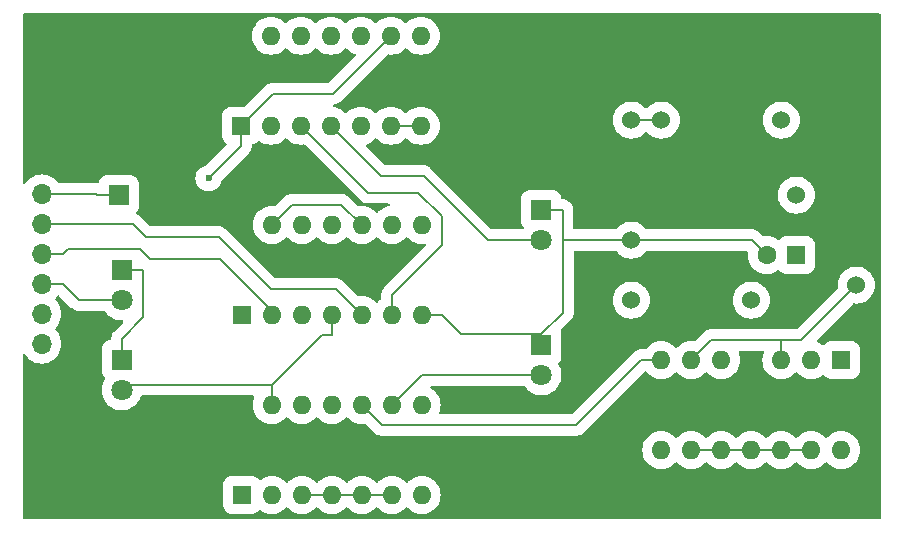
<source format=gbr>
%TF.GenerationSoftware,KiCad,Pcbnew,8.0.2-1*%
%TF.CreationDate,2024-08-04T09:10:22-04:00*%
%TF.ProjectId,startup_controller,73746172-7475-4705-9f63-6f6e74726f6c,rev?*%
%TF.SameCoordinates,Original*%
%TF.FileFunction,Copper,L1,Top*%
%TF.FilePolarity,Positive*%
%FSLAX46Y46*%
G04 Gerber Fmt 4.6, Leading zero omitted, Abs format (unit mm)*
G04 Created by KiCad (PCBNEW 8.0.2-1) date 2024-08-04 09:10:22*
%MOMM*%
%LPD*%
G01*
G04 APERTURE LIST*
%TA.AperFunction,ComponentPad*%
%ADD10R,1.600000X1.600000*%
%TD*%
%TA.AperFunction,ComponentPad*%
%ADD11O,1.600000X1.600000*%
%TD*%
%TA.AperFunction,ComponentPad*%
%ADD12C,1.524000*%
%TD*%
%TA.AperFunction,ComponentPad*%
%ADD13R,1.800000X1.800000*%
%TD*%
%TA.AperFunction,ComponentPad*%
%ADD14C,1.800000*%
%TD*%
%TA.AperFunction,ComponentPad*%
%ADD15R,1.700000X1.700000*%
%TD*%
%TA.AperFunction,ComponentPad*%
%ADD16O,1.700000X1.700000*%
%TD*%
%TA.AperFunction,ComponentPad*%
%ADD17C,1.600000*%
%TD*%
%TA.AperFunction,ViaPad*%
%ADD18C,0.600000*%
%TD*%
%TA.AperFunction,Conductor*%
%ADD19C,0.200000*%
%TD*%
G04 APERTURE END LIST*
D10*
%TO.P,U3,1,0Q*%
%TO.N,unconnected-(U3-0Q-Pad1)*%
X143505000Y-113020000D03*
D11*
%TO.P,U3,2,0Q#*%
%TO.N,unconnected-(U3-0Q#-Pad2)*%
X146045000Y-113020000D03*
%TO.P,U3,3,0CLK*%
%TO.N,Net-(D1-K)*%
X148585000Y-113020000D03*
%TO.P,U3,4,0RESET*%
X151125000Y-113020000D03*
%TO.P,U3,5,0D*%
X153665000Y-113020000D03*
%TO.P,U3,6,0SET*%
X156205000Y-113020000D03*
%TO.P,U3,7,GND*%
X158745000Y-113020000D03*
%TO.P,U3,8,1SET*%
X158745000Y-105400000D03*
%TO.P,U3,9,1D*%
%TO.N,Net-(D2-A)*%
X156205000Y-105400000D03*
%TO.P,U3,10,1RESET*%
%TO.N,Net-(D1-A)*%
X153665000Y-105400000D03*
%TO.P,U3,11,1CLK*%
%TO.N,Net-(U2-1Q)*%
X151125000Y-105400000D03*
%TO.P,U3,12,1Q3*%
%TO.N,Net-(U2-1A)*%
X148585000Y-105400000D03*
%TO.P,U3,13,1Q*%
%TO.N,Net-(D3-A)*%
X146045000Y-105400000D03*
%TO.P,U3,14,V+*%
%TO.N,Net-(D5-A)*%
X143505000Y-105400000D03*
%TD*%
D12*
%TO.P,R3,1*%
%TO.N,Net-(U5-IN-_1)*%
X189190000Y-81280000D03*
%TO.P,R3,2*%
%TO.N,Net-(U5-IN+_2)*%
X179030000Y-81280000D03*
%TD*%
D13*
%TO.P,D4,1,K*%
%TO.N,Net-(D1-K)*%
X133350000Y-93980000D03*
D14*
%TO.P,D4,2,A*%
%TO.N,Net-(D4-A)*%
X133350000Y-96520000D03*
%TD*%
D10*
%TO.P,U5,1,OUT_1*%
%TO.N,Net-(D2-A)*%
X194270000Y-101600000D03*
D11*
%TO.P,U5,2,IN-_1*%
%TO.N,Net-(U5-IN-_1)*%
X191730000Y-101600000D03*
%TO.P,U5,3,IN+_1*%
%TO.N,Net-(U5-IN+_1)*%
X189190000Y-101600000D03*
%TO.P,U5,4,V+*%
%TO.N,Net-(D5-A)*%
X186650000Y-101600000D03*
%TO.P,U5,5,IN+_2*%
%TO.N,Net-(U5-IN+_2)*%
X184110000Y-101600000D03*
%TO.P,U5,6,IN-_2*%
%TO.N,Net-(U5-IN+_1)*%
X181570000Y-101600000D03*
%TO.P,U5,7,OUT_2*%
%TO.N,Net-(D1-A)*%
X179030000Y-101600000D03*
%TO.P,U5,8,OUT_3*%
%TO.N,unconnected-(U5-OUT_3-Pad8)*%
X179030000Y-109220000D03*
%TO.P,U5,9,IN-_3*%
%TO.N,Net-(D1-K)*%
X181570000Y-109220000D03*
%TO.P,U5,10,IN+_3*%
X184110000Y-109220000D03*
%TO.P,U5,11,GND*%
X186650000Y-109220000D03*
%TO.P,U5,12,IN+_4*%
X189190000Y-109220000D03*
%TO.P,U5,13,IN-_4*%
X191730000Y-109220000D03*
%TO.P,U5,14,OUT_4*%
%TO.N,unconnected-(U5-OUT_4-Pad14)*%
X194270000Y-109220000D03*
%TD*%
D15*
%TO.P,U1,1,V+*%
%TO.N,Net-(D5-A)*%
X126580000Y-85000000D03*
D16*
%TO.P,U1,2,GND*%
%TO.N,Net-(D1-K)*%
X126580000Y-87540000D03*
%TO.P,U1,3,A_CLK*%
%TO.N,Net-(U1-A_CLK)*%
X126580000Y-90080000D03*
%TO.P,U1,4,B_CLK*%
%TO.N,Net-(U1-B_CLK)*%
X126580000Y-92620000D03*
%TO.P,U1,5,START*%
%TO.N,Net-(D4-A)*%
X126580000Y-95160000D03*
%TO.P,U1,6,ENABLE*%
%TO.N,Net-(D3-A)*%
X126580000Y-97700000D03*
%TO.P,U1,7,FAULT*%
%TO.N,unconnected-(U1-FAULT-Pad7)*%
X126580000Y-100240000D03*
%TD*%
D10*
%TO.P,C1,1*%
%TO.N,Net-(U5-IN-_1)*%
X190460000Y-92710000D03*
D17*
%TO.P,C1,2*%
%TO.N,Net-(D1-K)*%
X187960000Y-92710000D03*
%TD*%
D12*
%TO.P,R4,1*%
%TO.N,Net-(D5-A)*%
X195540000Y-85090000D03*
%TO.P,R4,2*%
%TO.N,Net-(U5-IN+_1)*%
X195540000Y-95250000D03*
%TD*%
D10*
%TO.P,U2,1,1A*%
%TO.N,Net-(U2-1A)*%
X143510000Y-97780000D03*
D11*
%TO.P,U2,2,1B*%
%TO.N,Net-(U1-B_CLK)*%
X146050000Y-97780000D03*
%TO.P,U2,3,1Q*%
%TO.N,Net-(U2-1Q)*%
X148590000Y-97780000D03*
%TO.P,U2,4,2A*%
%TO.N,Net-(D3-A)*%
X151130000Y-97780000D03*
%TO.P,U2,5,2B*%
%TO.N,Net-(U1-A_CLK)*%
X153670000Y-97780000D03*
%TO.P,U2,6,2Q*%
%TO.N,Net-(U2-2Q)*%
X156210000Y-97780000D03*
%TO.P,U2,7,GND*%
%TO.N,Net-(D1-K)*%
X158750000Y-97780000D03*
%TO.P,U2,8,4Q*%
%TO.N,Net-(U2-4Q)*%
X158750000Y-90160000D03*
%TO.P,U2,9,4B*%
%TO.N,Net-(D2-A)*%
X156210000Y-90160000D03*
%TO.P,U2,10,4A*%
%TO.N,Net-(U2-3A)*%
X153670000Y-90160000D03*
%TO.P,U2,11,3Q*%
%TO.N,Net-(U2-3Q)*%
X151130000Y-90160000D03*
%TO.P,U2,12,3B*%
%TO.N,Net-(U1-B_CLK)*%
X148590000Y-90160000D03*
%TO.P,U2,13,3A*%
%TO.N,Net-(U2-3A)*%
X146050000Y-90160000D03*
%TO.P,U2,14,V+*%
%TO.N,Net-(D5-A)*%
X143510000Y-90160000D03*
%TD*%
D13*
%TO.P,D5,1,K*%
%TO.N,Net-(D1-K)*%
X133080000Y-87630000D03*
D14*
%TO.P,D5,2,A*%
%TO.N,Net-(D5-A)*%
X133080000Y-85090000D03*
%TD*%
D12*
%TO.P,R2,1*%
%TO.N,Net-(U5-IN+_2)*%
X176490000Y-81280000D03*
%TO.P,R2,2*%
%TO.N,Net-(D1-K)*%
X176490000Y-91440000D03*
%TD*%
D13*
%TO.P,D3,1,K*%
%TO.N,Net-(D1-K)*%
X133350000Y-101600000D03*
D14*
%TO.P,D3,2,A*%
%TO.N,Net-(D3-A)*%
X133350000Y-104140000D03*
%TD*%
D12*
%TO.P,R5,1*%
%TO.N,Net-(U5-IN+_1)*%
X176490000Y-96520000D03*
%TO.P,R5,2*%
%TO.N,Net-(D1-K)*%
X186650000Y-96520000D03*
%TD*%
D13*
%TO.P,D1,1,K*%
%TO.N,Net-(D1-K)*%
X168870000Y-88900000D03*
D14*
%TO.P,D1,2,A*%
%TO.N,Net-(D1-A)*%
X168870000Y-91440000D03*
%TD*%
D12*
%TO.P,R1,1*%
%TO.N,Net-(D5-A)*%
X180300000Y-87630000D03*
%TO.P,R1,2*%
%TO.N,Net-(U5-IN-_1)*%
X190460000Y-87630000D03*
%TD*%
D13*
%TO.P,D2,1,K*%
%TO.N,Net-(D1-K)*%
X168870000Y-100330000D03*
D14*
%TO.P,D2,2,A*%
%TO.N,Net-(D2-A)*%
X168870000Y-102870000D03*
%TD*%
D10*
%TO.P,U4,1,0Q*%
%TO.N,Net-(D4-A)*%
X143435000Y-81760000D03*
D11*
%TO.P,U4,2,0Q#*%
%TO.N,unconnected-(U4-0Q#-Pad2)*%
X145975000Y-81760000D03*
%TO.P,U4,3,0CLK*%
%TO.N,Net-(U2-2Q)*%
X148515000Y-81760000D03*
%TO.P,U4,4,0RESET*%
%TO.N,Net-(D1-A)*%
X151055000Y-81760000D03*
%TO.P,U4,5,0D*%
%TO.N,Net-(U2-4Q)*%
X153595000Y-81760000D03*
%TO.P,U4,6,0SET*%
%TO.N,Net-(D1-K)*%
X156135000Y-81760000D03*
%TO.P,U4,7,GND*%
X158675000Y-81760000D03*
%TO.P,U4,8,1SET*%
X158675000Y-74140000D03*
%TO.P,U4,9,1D*%
%TO.N,Net-(D4-A)*%
X156135000Y-74140000D03*
%TO.P,U4,10,1RESET*%
%TO.N,Net-(D1-A)*%
X153595000Y-74140000D03*
%TO.P,U4,11,1CLK*%
%TO.N,Net-(U2-3Q)*%
X151055000Y-74140000D03*
%TO.P,U4,12,1Q3*%
%TO.N,Net-(U2-3A)*%
X148515000Y-74140000D03*
%TO.P,U4,13,1Q*%
%TO.N,unconnected-(U4-1Q-Pad13)*%
X145975000Y-74140000D03*
%TO.P,U4,14,V+*%
%TO.N,Net-(D5-A)*%
X143435000Y-74140000D03*
%TD*%
D18*
%TO.N,Net-(D4-A)*%
X140692500Y-86211800D03*
%TD*%
D19*
%TO.N,Net-(U5-IN+_2)*%
X176490000Y-81280000D02*
X179030000Y-81280000D01*
%TO.N,Net-(U5-IN+_1)*%
X190891700Y-99898300D02*
X189190000Y-99898300D01*
X195540000Y-95250000D02*
X190891700Y-99898300D01*
X183271700Y-99898300D02*
X189190000Y-99898300D01*
X189190000Y-101600000D02*
X189190000Y-99898300D01*
X181570000Y-101600000D02*
X183271700Y-99898300D01*
%TO.N,Net-(U1-B_CLK)*%
X134881700Y-92178300D02*
X135728500Y-93025100D01*
X128773400Y-92178300D02*
X134881700Y-92178300D01*
X141650300Y-93025100D02*
X146050000Y-97424800D01*
X146050000Y-97424800D02*
X146050000Y-97780000D01*
X126580000Y-92620000D02*
X128331700Y-92620000D01*
X135728500Y-93025100D02*
X141650300Y-93025100D01*
X128331700Y-92620000D02*
X128773400Y-92178300D01*
%TO.N,Net-(U1-A_CLK)*%
X145946500Y-95584800D02*
X141539800Y-91178100D01*
X151474800Y-95584800D02*
X145946500Y-95584800D01*
X135413200Y-91178100D02*
X134315100Y-90080000D01*
X134315100Y-90080000D02*
X128331700Y-90080000D01*
X153670000Y-97780000D02*
X151474800Y-95584800D01*
X126580000Y-90080000D02*
X128331700Y-90080000D01*
X141539800Y-91178100D02*
X135413200Y-91178100D01*
%TO.N,Net-(U2-2Q)*%
X158449200Y-87434600D02*
X154189600Y-87434600D01*
X160457300Y-89442700D02*
X158449200Y-87434600D01*
X160457300Y-91831000D02*
X160457300Y-89442700D01*
X156210000Y-97780000D02*
X156210000Y-96078300D01*
X154189600Y-87434600D02*
X148515000Y-81760000D01*
X156210000Y-96078300D02*
X160457300Y-91831000D01*
%TO.N,Net-(U2-3A)*%
X147775200Y-88434800D02*
X151944800Y-88434800D01*
X151944800Y-88434800D02*
X153670000Y-90160000D01*
X146050000Y-90160000D02*
X147775200Y-88434800D01*
%TO.N,Net-(D1-A)*%
X171817700Y-107110600D02*
X155375600Y-107110600D01*
X155318300Y-86023300D02*
X151055000Y-81760000D01*
X179030000Y-101600000D02*
X177328300Y-101600000D01*
X168870000Y-91440000D02*
X164314000Y-91440000D01*
X158897300Y-86023300D02*
X155318300Y-86023300D01*
X164314000Y-91440000D02*
X158897300Y-86023300D01*
X155375600Y-107110600D02*
X153665000Y-105400000D01*
X177328300Y-101600000D02*
X171817700Y-107110600D01*
%TO.N,Net-(D1-K)*%
X187960000Y-92710000D02*
X186690000Y-91440000D01*
X158750000Y-97780000D02*
X160451700Y-97780000D01*
X170717400Y-97581700D02*
X168870000Y-99429100D01*
X133350000Y-99798300D02*
X135151700Y-97996600D01*
X170717400Y-91440000D02*
X170717400Y-97581700D01*
X184110000Y-109220000D02*
X181570000Y-109220000D01*
X158675000Y-81760000D02*
X156135000Y-81760000D01*
X170671700Y-91394300D02*
X170717400Y-91440000D01*
X133350000Y-93980000D02*
X135151700Y-93980000D01*
X151125000Y-113020000D02*
X148585000Y-113020000D01*
X153665000Y-113020000D02*
X151125000Y-113020000D01*
X162100800Y-99429100D02*
X160451700Y-97780000D01*
X168870000Y-99429100D02*
X162100800Y-99429100D01*
X156205000Y-113020000D02*
X153665000Y-113020000D01*
X126580000Y-87540000D02*
X131188300Y-87540000D01*
X168870000Y-100330000D02*
X168870000Y-99429100D01*
X191730000Y-109220000D02*
X189190000Y-109220000D01*
X133350000Y-101600000D02*
X133350000Y-99798300D01*
X168870000Y-88900000D02*
X170671700Y-88900000D01*
X170671700Y-88900000D02*
X170671700Y-91394300D01*
X189190000Y-109220000D02*
X186650000Y-109220000D01*
X131188300Y-87540000D02*
X131278300Y-87630000D01*
X186650000Y-109220000D02*
X184110000Y-109220000D01*
X186690000Y-91440000D02*
X176490000Y-91440000D01*
X135151700Y-97996600D02*
X135151700Y-93980000D01*
X133080000Y-87630000D02*
X131278300Y-87630000D01*
X170717400Y-91440000D02*
X176490000Y-91440000D01*
%TO.N,Net-(D2-A)*%
X156205000Y-105400000D02*
X158735000Y-102870000D01*
X158735000Y-102870000D02*
X168870000Y-102870000D01*
%TO.N,Net-(D3-A)*%
X146045000Y-103698300D02*
X133791700Y-103698300D01*
X150261600Y-99481700D02*
X151130000Y-99481700D01*
X151130000Y-97780000D02*
X151130000Y-99481700D01*
X146045000Y-105400000D02*
X146045000Y-103698300D01*
X146045000Y-103698300D02*
X150261600Y-99481700D01*
X133791700Y-103698300D02*
X133350000Y-104140000D01*
%TO.N,Net-(D4-A)*%
X126580000Y-95160000D02*
X128331700Y-95160000D01*
X143435000Y-81760000D02*
X143435000Y-83461700D01*
X140692500Y-86204200D02*
X143435000Y-83461700D01*
X128331700Y-95160000D02*
X129691700Y-96520000D01*
X129691700Y-96520000D02*
X133350000Y-96520000D01*
X146159200Y-79035800D02*
X143435000Y-81760000D01*
X151239200Y-79035800D02*
X146159200Y-79035800D01*
X140692500Y-86211800D02*
X140692500Y-86204200D01*
X156135000Y-74140000D02*
X151239200Y-79035800D01*
%TO.N,Net-(D5-A)*%
X195540000Y-85090000D02*
X182840000Y-85090000D01*
X126580000Y-85000000D02*
X128331700Y-85000000D01*
X133080000Y-85090000D02*
X128421700Y-85090000D01*
X143435000Y-74140000D02*
X143435000Y-75841700D01*
X136949200Y-85300900D02*
X136949200Y-85090000D01*
X182840000Y-85090000D02*
X180300000Y-87630000D01*
X143510000Y-90160000D02*
X141808300Y-90160000D01*
X136949200Y-85090000D02*
X133080000Y-85090000D01*
X136949200Y-85090000D02*
X136949200Y-82327500D01*
X146246300Y-108141300D02*
X143505000Y-105400000D01*
X128421700Y-85090000D02*
X128331700Y-85000000D01*
X178330200Y-107110400D02*
X177299300Y-108141300D01*
X177299300Y-108141300D02*
X146246300Y-108141300D01*
X141808300Y-90160000D02*
X136949200Y-85300900D01*
X186650000Y-101600000D02*
X181139600Y-107110400D01*
X181139600Y-107110400D02*
X178330200Y-107110400D01*
X136949200Y-82327500D02*
X143435000Y-75841700D01*
%TD*%
%TA.AperFunction,Conductor*%
%TO.N,Net-(D5-A)*%
G36*
X197562539Y-72275185D02*
G01*
X197608294Y-72327989D01*
X197619500Y-72379500D01*
X197619500Y-114945500D01*
X197599815Y-115012539D01*
X197547011Y-115058294D01*
X197495500Y-115069500D01*
X125084500Y-115069500D01*
X125017461Y-115049815D01*
X124971706Y-114997011D01*
X124960500Y-114945500D01*
X124960500Y-112175039D01*
X141904500Y-112175039D01*
X141904500Y-113864960D01*
X141919630Y-113999249D01*
X141919631Y-113999254D01*
X141979211Y-114169523D01*
X142055711Y-114291271D01*
X142075184Y-114322262D01*
X142202738Y-114449816D01*
X142355478Y-114545789D01*
X142525745Y-114605368D01*
X142525750Y-114605369D01*
X142616246Y-114615565D01*
X142660040Y-114620499D01*
X142660043Y-114620500D01*
X142660046Y-114620500D01*
X144349957Y-114620500D01*
X144349958Y-114620499D01*
X144417104Y-114612934D01*
X144484249Y-114605369D01*
X144484252Y-114605368D01*
X144484255Y-114605368D01*
X144654522Y-114545789D01*
X144807262Y-114449816D01*
X144932324Y-114324753D01*
X144993643Y-114291271D01*
X145063335Y-114296255D01*
X145097238Y-114316205D01*
X145097405Y-114315976D01*
X145099774Y-114317697D01*
X145100526Y-114318140D01*
X145101341Y-114318836D01*
X145101346Y-114318839D01*
X145316140Y-114450466D01*
X145546270Y-114545788D01*
X145548889Y-114546873D01*
X145793852Y-114605683D01*
X146045000Y-114625449D01*
X146296148Y-114605683D01*
X146541111Y-114546873D01*
X146773859Y-114450466D01*
X146988659Y-114318836D01*
X147180224Y-114155224D01*
X147220710Y-114107819D01*
X147279216Y-114069627D01*
X147349084Y-114069128D01*
X147408130Y-114106482D01*
X147409235Y-114107756D01*
X147449775Y-114155223D01*
X147449776Y-114155224D01*
X147641343Y-114318838D01*
X147641346Y-114318839D01*
X147856140Y-114450466D01*
X148086270Y-114545788D01*
X148088889Y-114546873D01*
X148333852Y-114605683D01*
X148585000Y-114625449D01*
X148836148Y-114605683D01*
X149081111Y-114546873D01*
X149313859Y-114450466D01*
X149528659Y-114318836D01*
X149720224Y-114155224D01*
X149760710Y-114107819D01*
X149819216Y-114069627D01*
X149889084Y-114069128D01*
X149948130Y-114106482D01*
X149949235Y-114107756D01*
X149989775Y-114155223D01*
X149989776Y-114155224D01*
X150181343Y-114318838D01*
X150181346Y-114318839D01*
X150396140Y-114450466D01*
X150626270Y-114545788D01*
X150628889Y-114546873D01*
X150873852Y-114605683D01*
X151125000Y-114625449D01*
X151376148Y-114605683D01*
X151621111Y-114546873D01*
X151853859Y-114450466D01*
X152068659Y-114318836D01*
X152260224Y-114155224D01*
X152300710Y-114107819D01*
X152359216Y-114069627D01*
X152429084Y-114069128D01*
X152488130Y-114106482D01*
X152489235Y-114107756D01*
X152529775Y-114155223D01*
X152529776Y-114155224D01*
X152721343Y-114318838D01*
X152721346Y-114318839D01*
X152936140Y-114450466D01*
X153166270Y-114545788D01*
X153168889Y-114546873D01*
X153413852Y-114605683D01*
X153665000Y-114625449D01*
X153916148Y-114605683D01*
X154161111Y-114546873D01*
X154393859Y-114450466D01*
X154608659Y-114318836D01*
X154800224Y-114155224D01*
X154840710Y-114107819D01*
X154899216Y-114069627D01*
X154969084Y-114069128D01*
X155028130Y-114106482D01*
X155029235Y-114107756D01*
X155069775Y-114155223D01*
X155069776Y-114155224D01*
X155261343Y-114318838D01*
X155261346Y-114318839D01*
X155476140Y-114450466D01*
X155706270Y-114545788D01*
X155708889Y-114546873D01*
X155953852Y-114605683D01*
X156205000Y-114625449D01*
X156456148Y-114605683D01*
X156701111Y-114546873D01*
X156933859Y-114450466D01*
X157148659Y-114318836D01*
X157340224Y-114155224D01*
X157380710Y-114107819D01*
X157439216Y-114069627D01*
X157509084Y-114069128D01*
X157568130Y-114106482D01*
X157569235Y-114107756D01*
X157609775Y-114155223D01*
X157609776Y-114155224D01*
X157801343Y-114318838D01*
X157801346Y-114318839D01*
X158016140Y-114450466D01*
X158246270Y-114545788D01*
X158248889Y-114546873D01*
X158493852Y-114605683D01*
X158745000Y-114625449D01*
X158996148Y-114605683D01*
X159241111Y-114546873D01*
X159473859Y-114450466D01*
X159688659Y-114318836D01*
X159880224Y-114155224D01*
X160043836Y-113963659D01*
X160175466Y-113748859D01*
X160271873Y-113516111D01*
X160330683Y-113271148D01*
X160350449Y-113020000D01*
X160330683Y-112768852D01*
X160271873Y-112523889D01*
X160175466Y-112291141D01*
X160175466Y-112291140D01*
X160043839Y-112076346D01*
X160043838Y-112076343D01*
X159953755Y-111970870D01*
X159880224Y-111884776D01*
X159753571Y-111776604D01*
X159688656Y-111721161D01*
X159688653Y-111721160D01*
X159473859Y-111589533D01*
X159241110Y-111493126D01*
X158996151Y-111434317D01*
X158745000Y-111414551D01*
X158493848Y-111434317D01*
X158248889Y-111493126D01*
X158016140Y-111589533D01*
X157801346Y-111721160D01*
X157801343Y-111721161D01*
X157609776Y-111884776D01*
X157569290Y-111932179D01*
X157510783Y-111970372D01*
X157440915Y-111970870D01*
X157381869Y-111933516D01*
X157380710Y-111932179D01*
X157340224Y-111884776D01*
X157213571Y-111776604D01*
X157148656Y-111721161D01*
X157148653Y-111721160D01*
X156933859Y-111589533D01*
X156701110Y-111493126D01*
X156456151Y-111434317D01*
X156205000Y-111414551D01*
X155953848Y-111434317D01*
X155708889Y-111493126D01*
X155476140Y-111589533D01*
X155261346Y-111721160D01*
X155261343Y-111721161D01*
X155069776Y-111884776D01*
X155029290Y-111932179D01*
X154970783Y-111970372D01*
X154900915Y-111970870D01*
X154841869Y-111933516D01*
X154840710Y-111932179D01*
X154800224Y-111884776D01*
X154673571Y-111776604D01*
X154608656Y-111721161D01*
X154608653Y-111721160D01*
X154393859Y-111589533D01*
X154161110Y-111493126D01*
X153916151Y-111434317D01*
X153665000Y-111414551D01*
X153413848Y-111434317D01*
X153168889Y-111493126D01*
X152936140Y-111589533D01*
X152721346Y-111721160D01*
X152721343Y-111721161D01*
X152529776Y-111884776D01*
X152489290Y-111932179D01*
X152430783Y-111970372D01*
X152360915Y-111970870D01*
X152301869Y-111933516D01*
X152300710Y-111932179D01*
X152260224Y-111884776D01*
X152133571Y-111776604D01*
X152068656Y-111721161D01*
X152068653Y-111721160D01*
X151853859Y-111589533D01*
X151621110Y-111493126D01*
X151376151Y-111434317D01*
X151125000Y-111414551D01*
X150873848Y-111434317D01*
X150628889Y-111493126D01*
X150396140Y-111589533D01*
X150181346Y-111721160D01*
X150181343Y-111721161D01*
X149989776Y-111884776D01*
X149949290Y-111932179D01*
X149890783Y-111970372D01*
X149820915Y-111970870D01*
X149761869Y-111933516D01*
X149760710Y-111932179D01*
X149720224Y-111884776D01*
X149593571Y-111776604D01*
X149528656Y-111721161D01*
X149528653Y-111721160D01*
X149313859Y-111589533D01*
X149081110Y-111493126D01*
X148836151Y-111434317D01*
X148585000Y-111414551D01*
X148333848Y-111434317D01*
X148088889Y-111493126D01*
X147856140Y-111589533D01*
X147641346Y-111721160D01*
X147641343Y-111721161D01*
X147449776Y-111884776D01*
X147409290Y-111932179D01*
X147350783Y-111970372D01*
X147280915Y-111970870D01*
X147221869Y-111933516D01*
X147220710Y-111932179D01*
X147180224Y-111884776D01*
X147053571Y-111776604D01*
X146988656Y-111721161D01*
X146988653Y-111721160D01*
X146773859Y-111589533D01*
X146541110Y-111493126D01*
X146296151Y-111434317D01*
X146045000Y-111414551D01*
X145793848Y-111434317D01*
X145548889Y-111493126D01*
X145316140Y-111589533D01*
X145101349Y-111721158D01*
X145101327Y-111721174D01*
X145100516Y-111721867D01*
X145100145Y-111722032D01*
X145097404Y-111724025D01*
X145096985Y-111723448D01*
X145036749Y-111750426D01*
X144967665Y-111739976D01*
X144932321Y-111715243D01*
X144807262Y-111590184D01*
X144654523Y-111494211D01*
X144484254Y-111434631D01*
X144484249Y-111434630D01*
X144349960Y-111419500D01*
X144349954Y-111419500D01*
X142660046Y-111419500D01*
X142660039Y-111419500D01*
X142525750Y-111434630D01*
X142525745Y-111434631D01*
X142355476Y-111494211D01*
X142202737Y-111590184D01*
X142075184Y-111717737D01*
X141979211Y-111870476D01*
X141919631Y-112040745D01*
X141919630Y-112040750D01*
X141904500Y-112175039D01*
X124960500Y-112175039D01*
X124960500Y-109220000D01*
X177424551Y-109220000D01*
X177444317Y-109471151D01*
X177503126Y-109716110D01*
X177599533Y-109948859D01*
X177731160Y-110163653D01*
X177731161Y-110163656D01*
X177731164Y-110163659D01*
X177894776Y-110355224D01*
X178043066Y-110481875D01*
X178086343Y-110518838D01*
X178086346Y-110518839D01*
X178301140Y-110650466D01*
X178533889Y-110746873D01*
X178778852Y-110805683D01*
X179030000Y-110825449D01*
X179281148Y-110805683D01*
X179526111Y-110746873D01*
X179758859Y-110650466D01*
X179973659Y-110518836D01*
X180165224Y-110355224D01*
X180205710Y-110307819D01*
X180264216Y-110269627D01*
X180334084Y-110269128D01*
X180393130Y-110306482D01*
X180394235Y-110307756D01*
X180434775Y-110355223D01*
X180434776Y-110355224D01*
X180626343Y-110518838D01*
X180626346Y-110518839D01*
X180841140Y-110650466D01*
X181073889Y-110746873D01*
X181318852Y-110805683D01*
X181570000Y-110825449D01*
X181821148Y-110805683D01*
X182066111Y-110746873D01*
X182298859Y-110650466D01*
X182513659Y-110518836D01*
X182705224Y-110355224D01*
X182745710Y-110307819D01*
X182804216Y-110269627D01*
X182874084Y-110269128D01*
X182933130Y-110306482D01*
X182934235Y-110307756D01*
X182974775Y-110355223D01*
X182974776Y-110355224D01*
X183166343Y-110518838D01*
X183166346Y-110518839D01*
X183381140Y-110650466D01*
X183613889Y-110746873D01*
X183858852Y-110805683D01*
X184110000Y-110825449D01*
X184361148Y-110805683D01*
X184606111Y-110746873D01*
X184838859Y-110650466D01*
X185053659Y-110518836D01*
X185245224Y-110355224D01*
X185285710Y-110307819D01*
X185344216Y-110269627D01*
X185414084Y-110269128D01*
X185473130Y-110306482D01*
X185474235Y-110307756D01*
X185514775Y-110355223D01*
X185514776Y-110355224D01*
X185706343Y-110518838D01*
X185706346Y-110518839D01*
X185921140Y-110650466D01*
X186153889Y-110746873D01*
X186398852Y-110805683D01*
X186650000Y-110825449D01*
X186901148Y-110805683D01*
X187146111Y-110746873D01*
X187378859Y-110650466D01*
X187593659Y-110518836D01*
X187785224Y-110355224D01*
X187825710Y-110307819D01*
X187884216Y-110269627D01*
X187954084Y-110269128D01*
X188013130Y-110306482D01*
X188014235Y-110307756D01*
X188054775Y-110355223D01*
X188054776Y-110355224D01*
X188246343Y-110518838D01*
X188246346Y-110518839D01*
X188461140Y-110650466D01*
X188693889Y-110746873D01*
X188938852Y-110805683D01*
X189190000Y-110825449D01*
X189441148Y-110805683D01*
X189686111Y-110746873D01*
X189918859Y-110650466D01*
X190133659Y-110518836D01*
X190325224Y-110355224D01*
X190365710Y-110307819D01*
X190424216Y-110269627D01*
X190494084Y-110269128D01*
X190553130Y-110306482D01*
X190554235Y-110307756D01*
X190594775Y-110355223D01*
X190594776Y-110355224D01*
X190786343Y-110518838D01*
X190786346Y-110518839D01*
X191001140Y-110650466D01*
X191233889Y-110746873D01*
X191478852Y-110805683D01*
X191730000Y-110825449D01*
X191981148Y-110805683D01*
X192226111Y-110746873D01*
X192458859Y-110650466D01*
X192673659Y-110518836D01*
X192865224Y-110355224D01*
X192905710Y-110307819D01*
X192964216Y-110269627D01*
X193034084Y-110269128D01*
X193093130Y-110306482D01*
X193094235Y-110307756D01*
X193134775Y-110355223D01*
X193134776Y-110355224D01*
X193326343Y-110518838D01*
X193326346Y-110518839D01*
X193541140Y-110650466D01*
X193773889Y-110746873D01*
X194018852Y-110805683D01*
X194270000Y-110825449D01*
X194521148Y-110805683D01*
X194766111Y-110746873D01*
X194998859Y-110650466D01*
X195213659Y-110518836D01*
X195405224Y-110355224D01*
X195568836Y-110163659D01*
X195700466Y-109948859D01*
X195796873Y-109716111D01*
X195855683Y-109471148D01*
X195875449Y-109220000D01*
X195855683Y-108968852D01*
X195796873Y-108723889D01*
X195700466Y-108491141D01*
X195700466Y-108491140D01*
X195568839Y-108276346D01*
X195568838Y-108276343D01*
X195478755Y-108170870D01*
X195405224Y-108084776D01*
X195278442Y-107976494D01*
X195213656Y-107921161D01*
X195213653Y-107921160D01*
X194998859Y-107789533D01*
X194766110Y-107693126D01*
X194521151Y-107634317D01*
X194270000Y-107614551D01*
X194018848Y-107634317D01*
X193773889Y-107693126D01*
X193541140Y-107789533D01*
X193326346Y-107921160D01*
X193326343Y-107921161D01*
X193134776Y-108084776D01*
X193094290Y-108132179D01*
X193035783Y-108170372D01*
X192965915Y-108170870D01*
X192906869Y-108133516D01*
X192905710Y-108132179D01*
X192865224Y-108084776D01*
X192738442Y-107976494D01*
X192673656Y-107921161D01*
X192673653Y-107921160D01*
X192458859Y-107789533D01*
X192226110Y-107693126D01*
X191981151Y-107634317D01*
X191730000Y-107614551D01*
X191478848Y-107634317D01*
X191233889Y-107693126D01*
X191001140Y-107789533D01*
X190786346Y-107921160D01*
X190786343Y-107921161D01*
X190594776Y-108084776D01*
X190554290Y-108132179D01*
X190495783Y-108170372D01*
X190425915Y-108170870D01*
X190366869Y-108133516D01*
X190365710Y-108132179D01*
X190325224Y-108084776D01*
X190198442Y-107976494D01*
X190133656Y-107921161D01*
X190133653Y-107921160D01*
X189918859Y-107789533D01*
X189686110Y-107693126D01*
X189441151Y-107634317D01*
X189190000Y-107614551D01*
X188938848Y-107634317D01*
X188693889Y-107693126D01*
X188461140Y-107789533D01*
X188246346Y-107921160D01*
X188246343Y-107921161D01*
X188054776Y-108084776D01*
X188014290Y-108132179D01*
X187955783Y-108170372D01*
X187885915Y-108170870D01*
X187826869Y-108133516D01*
X187825710Y-108132179D01*
X187785224Y-108084776D01*
X187658442Y-107976494D01*
X187593656Y-107921161D01*
X187593653Y-107921160D01*
X187378859Y-107789533D01*
X187146110Y-107693126D01*
X186901151Y-107634317D01*
X186650000Y-107614551D01*
X186398848Y-107634317D01*
X186153889Y-107693126D01*
X185921140Y-107789533D01*
X185706346Y-107921160D01*
X185706343Y-107921161D01*
X185514776Y-108084776D01*
X185474290Y-108132179D01*
X185415783Y-108170372D01*
X185345915Y-108170870D01*
X185286869Y-108133516D01*
X185285710Y-108132179D01*
X185245224Y-108084776D01*
X185118442Y-107976494D01*
X185053656Y-107921161D01*
X185053653Y-107921160D01*
X184838859Y-107789533D01*
X184606110Y-107693126D01*
X184361151Y-107634317D01*
X184110000Y-107614551D01*
X183858848Y-107634317D01*
X183613889Y-107693126D01*
X183381140Y-107789533D01*
X183166346Y-107921160D01*
X183166343Y-107921161D01*
X182974776Y-108084776D01*
X182934290Y-108132179D01*
X182875783Y-108170372D01*
X182805915Y-108170870D01*
X182746869Y-108133516D01*
X182745710Y-108132179D01*
X182705224Y-108084776D01*
X182578442Y-107976494D01*
X182513656Y-107921161D01*
X182513653Y-107921160D01*
X182298859Y-107789533D01*
X182066110Y-107693126D01*
X181821151Y-107634317D01*
X181570000Y-107614551D01*
X181318848Y-107634317D01*
X181073889Y-107693126D01*
X180841140Y-107789533D01*
X180626346Y-107921160D01*
X180626343Y-107921161D01*
X180434776Y-108084776D01*
X180394290Y-108132179D01*
X180335783Y-108170372D01*
X180265915Y-108170870D01*
X180206869Y-108133516D01*
X180205710Y-108132179D01*
X180165224Y-108084776D01*
X180038442Y-107976494D01*
X179973656Y-107921161D01*
X179973653Y-107921160D01*
X179758859Y-107789533D01*
X179526110Y-107693126D01*
X179281151Y-107634317D01*
X179030000Y-107614551D01*
X178778848Y-107634317D01*
X178533889Y-107693126D01*
X178301140Y-107789533D01*
X178086346Y-107921160D01*
X178086343Y-107921161D01*
X177894776Y-108084776D01*
X177731161Y-108276343D01*
X177731160Y-108276346D01*
X177599533Y-108491140D01*
X177503126Y-108723889D01*
X177444317Y-108968848D01*
X177424551Y-109220000D01*
X124960500Y-109220000D01*
X124960500Y-101195748D01*
X124980185Y-101128709D01*
X125032989Y-101082954D01*
X125102147Y-101073010D01*
X125165703Y-101102035D01*
X125190226Y-101130957D01*
X125240588Y-101213140D01*
X125409311Y-101410689D01*
X125606860Y-101579412D01*
X125828372Y-101715154D01*
X125828374Y-101715154D01*
X125828376Y-101715156D01*
X125869667Y-101732259D01*
X126068390Y-101814573D01*
X126321006Y-101875221D01*
X126580000Y-101895604D01*
X126838994Y-101875221D01*
X127091610Y-101814573D01*
X127331628Y-101715154D01*
X127553140Y-101579412D01*
X127750689Y-101410689D01*
X127919412Y-101213140D01*
X128055154Y-100991628D01*
X128154573Y-100751610D01*
X128215221Y-100498994D01*
X128235604Y-100240000D01*
X128215221Y-99981006D01*
X128154573Y-99728390D01*
X128089128Y-99570393D01*
X128055156Y-99488376D01*
X128021224Y-99433004D01*
X127919412Y-99266860D01*
X127750689Y-99069311D01*
X127744809Y-99064289D01*
X127706617Y-99005787D01*
X127706116Y-98935919D01*
X127743468Y-98876872D01*
X127744702Y-98875802D01*
X127750689Y-98870689D01*
X127919412Y-98673140D01*
X128055154Y-98451628D01*
X128154573Y-98211610D01*
X128215221Y-97958994D01*
X128235604Y-97700000D01*
X128215221Y-97441006D01*
X128154573Y-97188390D01*
X128078335Y-97004336D01*
X128055156Y-96948376D01*
X128046987Y-96935046D01*
X127919412Y-96726860D01*
X127750689Y-96529311D01*
X127744809Y-96524289D01*
X127706617Y-96465787D01*
X127706116Y-96395919D01*
X127743468Y-96336872D01*
X127744702Y-96335802D01*
X127750689Y-96330689D01*
X127883854Y-96174772D01*
X127942361Y-96136580D01*
X128012229Y-96136082D01*
X128065825Y-96167624D01*
X128992236Y-97094035D01*
X129055539Y-97157338D01*
X129117666Y-97219465D01*
X129265146Y-97318009D01*
X129265159Y-97318016D01*
X129388063Y-97368923D01*
X129429034Y-97385894D01*
X129429036Y-97385894D01*
X129429041Y-97385896D01*
X129603004Y-97420499D01*
X129603007Y-97420500D01*
X129603009Y-97420500D01*
X131834743Y-97420500D01*
X131901782Y-97440185D01*
X131937361Y-97477495D01*
X131938422Y-97476772D01*
X131941035Y-97480604D01*
X131941040Y-97480610D01*
X131941041Y-97480612D01*
X132099950Y-97679877D01*
X132286783Y-97853232D01*
X132497366Y-97996805D01*
X132497371Y-97996807D01*
X132497372Y-97996808D01*
X132497373Y-97996809D01*
X132554825Y-98024476D01*
X132726992Y-98107387D01*
X132726993Y-98107387D01*
X132726996Y-98107389D01*
X132970542Y-98182513D01*
X133222565Y-98220500D01*
X133354937Y-98220500D01*
X133421976Y-98240185D01*
X133467731Y-98292989D01*
X133477675Y-98362147D01*
X133448650Y-98425703D01*
X133442618Y-98432181D01*
X132650538Y-99224260D01*
X132650537Y-99224261D01*
X132626341Y-99260475D01*
X132626340Y-99260476D01*
X132551987Y-99371752D01*
X132551984Y-99371757D01*
X132543184Y-99393006D01*
X132543183Y-99393009D01*
X132484105Y-99535633D01*
X132484103Y-99535641D01*
X132453048Y-99691764D01*
X132453049Y-99691765D01*
X132449500Y-99709608D01*
X132449500Y-99783677D01*
X132429815Y-99850716D01*
X132377011Y-99896471D01*
X132339385Y-99906897D01*
X132270748Y-99914631D01*
X132270745Y-99914631D01*
X132100476Y-99974211D01*
X131947737Y-100070184D01*
X131820184Y-100197737D01*
X131724211Y-100350476D01*
X131664631Y-100520745D01*
X131664630Y-100520750D01*
X131649500Y-100655039D01*
X131649500Y-102544960D01*
X131664630Y-102679249D01*
X131664631Y-102679254D01*
X131724211Y-102849523D01*
X131758917Y-102904756D01*
X131820184Y-103002262D01*
X131894357Y-103076435D01*
X131927841Y-103137759D01*
X131922856Y-103207450D01*
X131914063Y-103226115D01*
X131813607Y-103400111D01*
X131720492Y-103637362D01*
X131720490Y-103637369D01*
X131663777Y-103885845D01*
X131644732Y-104139995D01*
X131644732Y-104140004D01*
X131663777Y-104394154D01*
X131720490Y-104642630D01*
X131720492Y-104642637D01*
X131813608Y-104879890D01*
X131827463Y-104903887D01*
X131941041Y-105100612D01*
X132099950Y-105299877D01*
X132286783Y-105473232D01*
X132497366Y-105616805D01*
X132497371Y-105616807D01*
X132497372Y-105616808D01*
X132497373Y-105616809D01*
X132568686Y-105651151D01*
X132726992Y-105727387D01*
X132726993Y-105727387D01*
X132726996Y-105727389D01*
X132970542Y-105802513D01*
X133222565Y-105840500D01*
X133477435Y-105840500D01*
X133729458Y-105802513D01*
X133973004Y-105727389D01*
X134202634Y-105616805D01*
X134413217Y-105473232D01*
X134600050Y-105299877D01*
X134758959Y-105100612D01*
X134886393Y-104879888D01*
X134965826Y-104677496D01*
X135008642Y-104622284D01*
X135074512Y-104598983D01*
X135081254Y-104598800D01*
X144458919Y-104598800D01*
X144525958Y-104618485D01*
X144571713Y-104671289D01*
X144581657Y-104740447D01*
X144573480Y-104770252D01*
X144518127Y-104903885D01*
X144518127Y-104903887D01*
X144459317Y-105148848D01*
X144439551Y-105400000D01*
X144459317Y-105651151D01*
X144518126Y-105896110D01*
X144614533Y-106128859D01*
X144746160Y-106343653D01*
X144746161Y-106343656D01*
X144746164Y-106343659D01*
X144909776Y-106535224D01*
X145058066Y-106661875D01*
X145101343Y-106698838D01*
X145101346Y-106698839D01*
X145316140Y-106830466D01*
X145548889Y-106926873D01*
X145793852Y-106985683D01*
X146045000Y-107005449D01*
X146296148Y-106985683D01*
X146541111Y-106926873D01*
X146773859Y-106830466D01*
X146988659Y-106698836D01*
X147180224Y-106535224D01*
X147220710Y-106487819D01*
X147279216Y-106449627D01*
X147349084Y-106449128D01*
X147408130Y-106486482D01*
X147409235Y-106487756D01*
X147449775Y-106535223D01*
X147449776Y-106535224D01*
X147641343Y-106698838D01*
X147641346Y-106698839D01*
X147856140Y-106830466D01*
X148088889Y-106926873D01*
X148333852Y-106985683D01*
X148585000Y-107005449D01*
X148836148Y-106985683D01*
X149081111Y-106926873D01*
X149313859Y-106830466D01*
X149528659Y-106698836D01*
X149720224Y-106535224D01*
X149760710Y-106487819D01*
X149819216Y-106449627D01*
X149889084Y-106449128D01*
X149948130Y-106486482D01*
X149949235Y-106487756D01*
X149989775Y-106535223D01*
X149989776Y-106535224D01*
X150181343Y-106698838D01*
X150181346Y-106698839D01*
X150396140Y-106830466D01*
X150628889Y-106926873D01*
X150873852Y-106985683D01*
X151125000Y-107005449D01*
X151376148Y-106985683D01*
X151621111Y-106926873D01*
X151853859Y-106830466D01*
X152068659Y-106698836D01*
X152260224Y-106535224D01*
X152300710Y-106487819D01*
X152359216Y-106449627D01*
X152429084Y-106449128D01*
X152488130Y-106486482D01*
X152489235Y-106487756D01*
X152529775Y-106535223D01*
X152529776Y-106535224D01*
X152721343Y-106698838D01*
X152721346Y-106698839D01*
X152936140Y-106830466D01*
X153168889Y-106926873D01*
X153413852Y-106985683D01*
X153665000Y-107005449D01*
X153915745Y-106985714D01*
X153984119Y-107000078D01*
X154013152Y-107021651D01*
X154676136Y-107684635D01*
X154781034Y-107789533D01*
X154801566Y-107810065D01*
X154949046Y-107908609D01*
X154949051Y-107908612D01*
X154949052Y-107908612D01*
X154949053Y-107908613D01*
X154979354Y-107921164D01*
X155112934Y-107976495D01*
X155286904Y-108011099D01*
X155286908Y-108011100D01*
X155286909Y-108011100D01*
X171906393Y-108011100D01*
X171906394Y-108011099D01*
X172080366Y-107976495D01*
X172162306Y-107942553D01*
X172244247Y-107908613D01*
X172244249Y-107908611D01*
X172244252Y-107908610D01*
X172332655Y-107849539D01*
X172332655Y-107849538D01*
X172332659Y-107849536D01*
X172391736Y-107810064D01*
X177602674Y-102599124D01*
X177663995Y-102565641D01*
X177733687Y-102570625D01*
X177784643Y-102606275D01*
X177894776Y-102735224D01*
X178028602Y-102849522D01*
X178086343Y-102898838D01*
X178086346Y-102898839D01*
X178301140Y-103030466D01*
X178412120Y-103076435D01*
X178533889Y-103126873D01*
X178778852Y-103185683D01*
X179030000Y-103205449D01*
X179281148Y-103185683D01*
X179526111Y-103126873D01*
X179758859Y-103030466D01*
X179973659Y-102898836D01*
X180165224Y-102735224D01*
X180205710Y-102687819D01*
X180264216Y-102649627D01*
X180334084Y-102649128D01*
X180393130Y-102686482D01*
X180394235Y-102687756D01*
X180426310Y-102725311D01*
X180434776Y-102735224D01*
X180626343Y-102898838D01*
X180626346Y-102898839D01*
X180841140Y-103030466D01*
X180952120Y-103076435D01*
X181073889Y-103126873D01*
X181318852Y-103185683D01*
X181570000Y-103205449D01*
X181821148Y-103185683D01*
X182066111Y-103126873D01*
X182298859Y-103030466D01*
X182513659Y-102898836D01*
X182705224Y-102735224D01*
X182745710Y-102687819D01*
X182804216Y-102649627D01*
X182874084Y-102649128D01*
X182933130Y-102686482D01*
X182934235Y-102687756D01*
X182966310Y-102725311D01*
X182974776Y-102735224D01*
X183166343Y-102898838D01*
X183166346Y-102898839D01*
X183381140Y-103030466D01*
X183492120Y-103076435D01*
X183613889Y-103126873D01*
X183858852Y-103185683D01*
X184110000Y-103205449D01*
X184361148Y-103185683D01*
X184606111Y-103126873D01*
X184838859Y-103030466D01*
X185053659Y-102898836D01*
X185245224Y-102735224D01*
X185408836Y-102543659D01*
X185540466Y-102328859D01*
X185636873Y-102096111D01*
X185695683Y-101851148D01*
X185715449Y-101600000D01*
X185695683Y-101348852D01*
X185636873Y-101103889D01*
X185636872Y-101103886D01*
X185636872Y-101103885D01*
X185581520Y-100970252D01*
X185574051Y-100900783D01*
X185605326Y-100838304D01*
X185665415Y-100802652D01*
X185696081Y-100798800D01*
X187603919Y-100798800D01*
X187670958Y-100818485D01*
X187716713Y-100871289D01*
X187726657Y-100940447D01*
X187718480Y-100970252D01*
X187663127Y-101103885D01*
X187663127Y-101103887D01*
X187604317Y-101348848D01*
X187584551Y-101600000D01*
X187604317Y-101851151D01*
X187663126Y-102096110D01*
X187759533Y-102328859D01*
X187891160Y-102543653D01*
X187891161Y-102543656D01*
X187892275Y-102544960D01*
X188054776Y-102735224D01*
X188188602Y-102849522D01*
X188246343Y-102898838D01*
X188246346Y-102898839D01*
X188461140Y-103030466D01*
X188572120Y-103076435D01*
X188693889Y-103126873D01*
X188938852Y-103185683D01*
X189190000Y-103205449D01*
X189441148Y-103185683D01*
X189686111Y-103126873D01*
X189918859Y-103030466D01*
X190133659Y-102898836D01*
X190325224Y-102735224D01*
X190365710Y-102687819D01*
X190424216Y-102649627D01*
X190494084Y-102649128D01*
X190553130Y-102686482D01*
X190554235Y-102687756D01*
X190586310Y-102725311D01*
X190594776Y-102735224D01*
X190786343Y-102898838D01*
X190786346Y-102898839D01*
X191001140Y-103030466D01*
X191112120Y-103076435D01*
X191233889Y-103126873D01*
X191478852Y-103185683D01*
X191730000Y-103205449D01*
X191981148Y-103185683D01*
X192226111Y-103126873D01*
X192458859Y-103030466D01*
X192673659Y-102898836D01*
X192674463Y-102898148D01*
X192674832Y-102897983D01*
X192677595Y-102895976D01*
X192678016Y-102896556D01*
X192738223Y-102869577D01*
X192807309Y-102880012D01*
X192842678Y-102904756D01*
X192967738Y-103029816D01*
X193041932Y-103076435D01*
X193117880Y-103124157D01*
X193120478Y-103125789D01*
X193171265Y-103143560D01*
X193290745Y-103185368D01*
X193290750Y-103185369D01*
X193381246Y-103195565D01*
X193425040Y-103200499D01*
X193425043Y-103200500D01*
X193425046Y-103200500D01*
X195114957Y-103200500D01*
X195114958Y-103200499D01*
X195182104Y-103192934D01*
X195249249Y-103185369D01*
X195249252Y-103185368D01*
X195249255Y-103185368D01*
X195419522Y-103125789D01*
X195572262Y-103029816D01*
X195699816Y-102902262D01*
X195795789Y-102749522D01*
X195855368Y-102579255D01*
X195856341Y-102570625D01*
X195862934Y-102512104D01*
X195870500Y-102444954D01*
X195870500Y-100755046D01*
X195859233Y-100655046D01*
X195855369Y-100620750D01*
X195855368Y-100620745D01*
X195795788Y-100450476D01*
X195732955Y-100350478D01*
X195699816Y-100297738D01*
X195572262Y-100170184D01*
X195506026Y-100128565D01*
X195419523Y-100074211D01*
X195249254Y-100014631D01*
X195249249Y-100014630D01*
X195114960Y-99999500D01*
X195114954Y-99999500D01*
X193425046Y-99999500D01*
X193425039Y-99999500D01*
X193290750Y-100014630D01*
X193290745Y-100014631D01*
X193120476Y-100074211D01*
X192967739Y-100170183D01*
X192842678Y-100295244D01*
X192781355Y-100328728D01*
X192711663Y-100323744D01*
X192677771Y-100303797D01*
X192677603Y-100304029D01*
X192675203Y-100302286D01*
X192674463Y-100301850D01*
X192673662Y-100301166D01*
X192673656Y-100301162D01*
X192458859Y-100169533D01*
X192230870Y-100075098D01*
X192176467Y-100031257D01*
X192154402Y-99964963D01*
X192171681Y-99897264D01*
X192190638Y-99872860D01*
X195227185Y-96836313D01*
X195288506Y-96802830D01*
X195324582Y-96800378D01*
X195540000Y-96817332D01*
X195785185Y-96798036D01*
X196024332Y-96740621D01*
X196141282Y-96692179D01*
X196251550Y-96646505D01*
X196251551Y-96646504D01*
X196251554Y-96646503D01*
X196461255Y-96517998D01*
X196648271Y-96358271D01*
X196807998Y-96171255D01*
X196936503Y-95961554D01*
X197030621Y-95734332D01*
X197088036Y-95495185D01*
X197107332Y-95250000D01*
X197088036Y-95004815D01*
X197030621Y-94765668D01*
X197011251Y-94718905D01*
X196936505Y-94538449D01*
X196936503Y-94538446D01*
X196888762Y-94460540D01*
X196808000Y-94328749D01*
X196808000Y-94328747D01*
X196748857Y-94259500D01*
X196648271Y-94141729D01*
X196476350Y-93994894D01*
X196461252Y-93981999D01*
X196461249Y-93981998D01*
X196251553Y-93853496D01*
X196251550Y-93853494D01*
X196024336Y-93759380D01*
X196024332Y-93759379D01*
X195785185Y-93701964D01*
X195785182Y-93701963D01*
X195785179Y-93701963D01*
X195540000Y-93682668D01*
X195294820Y-93701963D01*
X195294816Y-93701963D01*
X195294815Y-93701964D01*
X195175241Y-93730671D01*
X195055663Y-93759380D01*
X194828449Y-93853494D01*
X194828446Y-93853496D01*
X194618750Y-93981998D01*
X194618747Y-93981999D01*
X194431729Y-94141729D01*
X194271999Y-94328747D01*
X194271998Y-94328750D01*
X194143496Y-94538446D01*
X194143494Y-94538449D01*
X194049380Y-94765663D01*
X193991963Y-95004820D01*
X193972668Y-95250000D01*
X193989620Y-95465406D01*
X193975255Y-95533783D01*
X193953683Y-95562815D01*
X190555019Y-98961481D01*
X190493696Y-98994966D01*
X190467338Y-98997800D01*
X183183003Y-98997800D01*
X183009041Y-99032403D01*
X183009029Y-99032406D01*
X182927092Y-99066345D01*
X182927093Y-99066346D01*
X182845155Y-99100285D01*
X182756740Y-99159363D01*
X182756739Y-99159364D01*
X182697661Y-99198837D01*
X181918150Y-99978348D01*
X181856827Y-100011833D01*
X181820740Y-100014284D01*
X181570000Y-99994551D01*
X181318848Y-100014317D01*
X181073889Y-100073126D01*
X180841140Y-100169533D01*
X180626346Y-100301160D01*
X180626343Y-100301161D01*
X180434776Y-100464776D01*
X180394290Y-100512179D01*
X180335783Y-100550372D01*
X180265915Y-100550870D01*
X180206869Y-100513516D01*
X180205710Y-100512179D01*
X180194449Y-100498994D01*
X180165224Y-100464776D01*
X180031396Y-100350476D01*
X179973656Y-100301161D01*
X179973653Y-100301160D01*
X179758859Y-100169533D01*
X179526110Y-100073126D01*
X179281151Y-100014317D01*
X179030000Y-99994551D01*
X178778848Y-100014317D01*
X178533889Y-100073126D01*
X178301140Y-100169533D01*
X178086346Y-100301160D01*
X178086343Y-100301161D01*
X177894776Y-100464776D01*
X177731428Y-100656032D01*
X177672921Y-100694225D01*
X177637138Y-100699500D01*
X177239606Y-100699500D01*
X177065640Y-100734104D01*
X177065632Y-100734106D01*
X176901759Y-100801983D01*
X176901746Y-100801990D01*
X176754266Y-100900534D01*
X176754264Y-100900537D01*
X171481019Y-106173781D01*
X171419696Y-106207266D01*
X171393338Y-106210100D01*
X160327394Y-106210100D01*
X160260355Y-106190415D01*
X160214600Y-106137611D01*
X160204656Y-106068453D01*
X160212833Y-106038647D01*
X160271873Y-105896110D01*
X160285224Y-105840499D01*
X160330683Y-105651148D01*
X160350449Y-105400000D01*
X160330683Y-105148852D01*
X160271873Y-104903889D01*
X160261932Y-104879890D01*
X160175466Y-104671140D01*
X160043839Y-104456346D01*
X160043838Y-104456343D01*
X159953755Y-104350870D01*
X159880224Y-104264776D01*
X159734124Y-104139995D01*
X159688656Y-104101161D01*
X159688653Y-104101160D01*
X159523946Y-104000227D01*
X159477071Y-103948415D01*
X159465648Y-103879486D01*
X159493305Y-103815323D01*
X159551261Y-103776298D01*
X159588736Y-103770500D01*
X167354743Y-103770500D01*
X167421782Y-103790185D01*
X167457361Y-103827495D01*
X167458422Y-103826772D01*
X167461035Y-103830604D01*
X167461040Y-103830610D01*
X167461041Y-103830612D01*
X167619950Y-104029877D01*
X167806783Y-104203232D01*
X168017366Y-104346805D01*
X168017371Y-104346807D01*
X168017372Y-104346808D01*
X168017373Y-104346809D01*
X168115687Y-104394154D01*
X168246992Y-104457387D01*
X168246993Y-104457387D01*
X168246996Y-104457389D01*
X168490542Y-104532513D01*
X168742565Y-104570500D01*
X168997435Y-104570500D01*
X169249458Y-104532513D01*
X169493004Y-104457389D01*
X169722634Y-104346805D01*
X169933217Y-104203232D01*
X170120050Y-104029877D01*
X170278959Y-103830612D01*
X170406393Y-103609888D01*
X170499508Y-103372637D01*
X170556222Y-103124157D01*
X170565357Y-103002260D01*
X170575268Y-102870004D01*
X170575268Y-102869995D01*
X170560974Y-102679254D01*
X170556222Y-102615843D01*
X170499508Y-102367363D01*
X170406393Y-102130112D01*
X170333643Y-102004104D01*
X170305937Y-101956115D01*
X170289464Y-101888214D01*
X170312317Y-101822188D01*
X170325632Y-101806445D01*
X170399816Y-101732262D01*
X170495789Y-101579522D01*
X170555368Y-101409255D01*
X170570500Y-101274954D01*
X170570500Y-99385046D01*
X170559143Y-99284251D01*
X170555369Y-99250750D01*
X170555366Y-99250737D01*
X170520572Y-99151302D01*
X170517010Y-99081523D01*
X170549930Y-99022668D01*
X171416864Y-98155736D01*
X171462570Y-98087332D01*
X171480085Y-98061119D01*
X171504569Y-98024476D01*
X171515413Y-98008247D01*
X171553414Y-97916503D01*
X171583295Y-97844366D01*
X171617900Y-97670392D01*
X171617900Y-97493008D01*
X171617900Y-96520000D01*
X174922668Y-96520000D01*
X174941963Y-96765179D01*
X174941963Y-96765182D01*
X174941964Y-96765185D01*
X174969409Y-96879500D01*
X174999380Y-97004336D01*
X175093494Y-97231550D01*
X175093496Y-97231553D01*
X175221998Y-97441249D01*
X175221999Y-97441252D01*
X175222002Y-97441255D01*
X175381729Y-97628271D01*
X175465713Y-97700000D01*
X175568747Y-97788000D01*
X175568750Y-97788001D01*
X175778446Y-97916503D01*
X175778449Y-97916505D01*
X175999939Y-98008248D01*
X176005668Y-98010621D01*
X176244815Y-98068036D01*
X176490000Y-98087332D01*
X176735185Y-98068036D01*
X176974332Y-98010621D01*
X177098981Y-97958990D01*
X177201550Y-97916505D01*
X177201551Y-97916504D01*
X177201554Y-97916503D01*
X177411255Y-97787998D01*
X177598271Y-97628271D01*
X177757998Y-97441255D01*
X177886503Y-97231554D01*
X177891511Y-97219465D01*
X177965406Y-97041064D01*
X177980621Y-97004332D01*
X178038036Y-96765185D01*
X178057332Y-96520000D01*
X185082668Y-96520000D01*
X185101963Y-96765179D01*
X185101963Y-96765182D01*
X185101964Y-96765185D01*
X185129409Y-96879500D01*
X185159380Y-97004336D01*
X185253494Y-97231550D01*
X185253496Y-97231553D01*
X185381998Y-97441249D01*
X185381999Y-97441252D01*
X185382002Y-97441255D01*
X185541729Y-97628271D01*
X185625713Y-97700000D01*
X185728747Y-97788000D01*
X185728750Y-97788001D01*
X185938446Y-97916503D01*
X185938449Y-97916505D01*
X186159939Y-98008248D01*
X186165668Y-98010621D01*
X186404815Y-98068036D01*
X186650000Y-98087332D01*
X186895185Y-98068036D01*
X187134332Y-98010621D01*
X187258981Y-97958990D01*
X187361550Y-97916505D01*
X187361551Y-97916504D01*
X187361554Y-97916503D01*
X187571255Y-97787998D01*
X187758271Y-97628271D01*
X187917998Y-97441255D01*
X188046503Y-97231554D01*
X188051511Y-97219465D01*
X188125406Y-97041064D01*
X188140621Y-97004332D01*
X188198036Y-96765185D01*
X188217332Y-96520000D01*
X188198036Y-96274815D01*
X188140621Y-96035668D01*
X188134974Y-96022035D01*
X188046505Y-95808449D01*
X188046503Y-95808446D01*
X187918001Y-95598750D01*
X187918000Y-95598747D01*
X187853784Y-95523560D01*
X187758271Y-95411729D01*
X187634625Y-95306125D01*
X187571252Y-95251999D01*
X187571249Y-95251998D01*
X187361553Y-95123496D01*
X187361550Y-95123494D01*
X187134336Y-95029380D01*
X187134332Y-95029379D01*
X186895185Y-94971964D01*
X186895182Y-94971963D01*
X186895179Y-94971963D01*
X186650000Y-94952668D01*
X186404820Y-94971963D01*
X186404816Y-94971963D01*
X186404815Y-94971964D01*
X186285241Y-95000671D01*
X186165663Y-95029380D01*
X185938449Y-95123494D01*
X185938446Y-95123496D01*
X185728750Y-95251998D01*
X185728747Y-95251999D01*
X185541729Y-95411729D01*
X185381999Y-95598747D01*
X185381998Y-95598750D01*
X185253496Y-95808446D01*
X185253494Y-95808449D01*
X185159380Y-96035663D01*
X185144214Y-96098834D01*
X185124848Y-96179500D01*
X185101963Y-96274820D01*
X185082668Y-96520000D01*
X178057332Y-96520000D01*
X178038036Y-96274815D01*
X177980621Y-96035668D01*
X177974974Y-96022035D01*
X177886505Y-95808449D01*
X177886503Y-95808446D01*
X177758001Y-95598750D01*
X177758000Y-95598747D01*
X177693784Y-95523560D01*
X177598271Y-95411729D01*
X177474625Y-95306125D01*
X177411252Y-95251999D01*
X177411249Y-95251998D01*
X177201553Y-95123496D01*
X177201550Y-95123494D01*
X176974336Y-95029380D01*
X176974332Y-95029379D01*
X176735185Y-94971964D01*
X176735182Y-94971963D01*
X176735179Y-94971963D01*
X176490000Y-94952668D01*
X176244820Y-94971963D01*
X176244816Y-94971963D01*
X176244815Y-94971964D01*
X176125241Y-95000671D01*
X176005663Y-95029380D01*
X175778449Y-95123494D01*
X175778446Y-95123496D01*
X175568750Y-95251998D01*
X175568747Y-95251999D01*
X175381729Y-95411729D01*
X175221999Y-95598747D01*
X175221998Y-95598750D01*
X175093496Y-95808446D01*
X175093494Y-95808449D01*
X174999380Y-96035663D01*
X174984214Y-96098834D01*
X174964848Y-96179500D01*
X174941963Y-96274820D01*
X174922668Y-96520000D01*
X171617900Y-96520000D01*
X171617900Y-92464500D01*
X171637585Y-92397461D01*
X171690389Y-92351706D01*
X171741900Y-92340500D01*
X175147111Y-92340500D01*
X175214150Y-92360185D01*
X175241400Y-92383967D01*
X175381729Y-92548271D01*
X175526498Y-92671915D01*
X175568747Y-92708000D01*
X175568750Y-92708001D01*
X175778446Y-92836503D01*
X175778449Y-92836505D01*
X176005663Y-92930619D01*
X176005668Y-92930621D01*
X176244815Y-92988036D01*
X176490000Y-93007332D01*
X176735185Y-92988036D01*
X176974332Y-92930621D01*
X177087943Y-92883562D01*
X177201550Y-92836505D01*
X177201551Y-92836504D01*
X177201554Y-92836503D01*
X177411255Y-92707998D01*
X177598271Y-92548271D01*
X177738599Y-92383967D01*
X177797106Y-92345775D01*
X177832889Y-92340500D01*
X186249489Y-92340500D01*
X186316528Y-92360185D01*
X186362283Y-92412989D01*
X186373106Y-92474228D01*
X186363218Y-92599876D01*
X186354551Y-92709999D01*
X186374317Y-92961151D01*
X186433126Y-93206110D01*
X186529533Y-93438859D01*
X186661160Y-93653653D01*
X186661161Y-93653656D01*
X186702420Y-93701964D01*
X186824776Y-93845224D01*
X186961408Y-93961919D01*
X187016343Y-94008838D01*
X187016346Y-94008839D01*
X187231140Y-94140466D01*
X187385132Y-94204251D01*
X187463889Y-94236873D01*
X187708852Y-94295683D01*
X187960000Y-94315449D01*
X188211148Y-94295683D01*
X188456111Y-94236873D01*
X188688859Y-94140466D01*
X188896638Y-94013138D01*
X188964081Y-93994894D01*
X189030684Y-94016010D01*
X189049107Y-94031185D01*
X189157738Y-94139816D01*
X189310478Y-94235789D01*
X189405507Y-94269041D01*
X189480745Y-94295368D01*
X189480750Y-94295369D01*
X189571246Y-94305565D01*
X189615040Y-94310499D01*
X189615043Y-94310500D01*
X189615046Y-94310500D01*
X191304957Y-94310500D01*
X191304958Y-94310499D01*
X191372104Y-94302934D01*
X191439249Y-94295369D01*
X191439252Y-94295368D01*
X191439255Y-94295368D01*
X191609522Y-94235789D01*
X191762262Y-94139816D01*
X191889816Y-94012262D01*
X191985789Y-93859522D01*
X192045368Y-93689255D01*
X192049380Y-93653653D01*
X192056197Y-93593140D01*
X192060500Y-93554954D01*
X192060500Y-91865046D01*
X192049062Y-91763526D01*
X192045369Y-91730750D01*
X192045368Y-91730745D01*
X192035214Y-91701726D01*
X191985789Y-91560478D01*
X191889816Y-91407738D01*
X191762262Y-91280184D01*
X191725161Y-91256872D01*
X191609523Y-91184211D01*
X191439254Y-91124631D01*
X191439249Y-91124630D01*
X191304960Y-91109500D01*
X191304954Y-91109500D01*
X189615046Y-91109500D01*
X189615039Y-91109500D01*
X189480750Y-91124630D01*
X189480745Y-91124631D01*
X189310476Y-91184211D01*
X189157739Y-91280183D01*
X189049107Y-91388815D01*
X188987784Y-91422299D01*
X188918092Y-91417315D01*
X188896636Y-91406860D01*
X188688859Y-91279533D01*
X188456110Y-91183126D01*
X188211151Y-91124317D01*
X188022787Y-91109492D01*
X187960000Y-91104551D01*
X187959999Y-91104551D01*
X187709256Y-91124284D01*
X187640879Y-91109919D01*
X187611847Y-91088347D01*
X187264039Y-90740538D01*
X187264038Y-90740537D01*
X187203538Y-90700113D01*
X187203537Y-90700112D01*
X187116552Y-90641990D01*
X187116540Y-90641983D01*
X187024993Y-90604064D01*
X186952666Y-90574105D01*
X186952658Y-90574103D01*
X186778696Y-90539500D01*
X186778692Y-90539500D01*
X186778691Y-90539500D01*
X177832889Y-90539500D01*
X177765850Y-90519815D01*
X177738599Y-90496032D01*
X177723742Y-90478637D01*
X177598271Y-90331729D01*
X177474625Y-90226125D01*
X177411252Y-90171999D01*
X177411249Y-90171998D01*
X177201553Y-90043496D01*
X177201550Y-90043494D01*
X176974336Y-89949380D01*
X176909954Y-89933923D01*
X176735185Y-89891964D01*
X176735182Y-89891963D01*
X176735179Y-89891963D01*
X176490000Y-89872668D01*
X176244820Y-89891963D01*
X176244816Y-89891963D01*
X176244815Y-89891964D01*
X176174473Y-89908852D01*
X176005663Y-89949380D01*
X175778449Y-90043494D01*
X175778446Y-90043496D01*
X175568750Y-90171998D01*
X175568747Y-90171999D01*
X175386307Y-90327819D01*
X175381729Y-90331729D01*
X175256259Y-90478636D01*
X175241401Y-90496032D01*
X175182894Y-90534225D01*
X175147111Y-90539500D01*
X171696200Y-90539500D01*
X171629161Y-90519815D01*
X171583406Y-90467011D01*
X171572200Y-90415500D01*
X171572200Y-88811306D01*
X171572199Y-88811304D01*
X171537596Y-88637341D01*
X171537593Y-88637332D01*
X171469716Y-88473459D01*
X171469709Y-88473446D01*
X171371164Y-88325965D01*
X171371161Y-88325961D01*
X171245738Y-88200538D01*
X171245734Y-88200535D01*
X171098253Y-88101990D01*
X171098240Y-88101983D01*
X170934367Y-88034106D01*
X170934358Y-88034103D01*
X170760394Y-87999500D01*
X170760391Y-87999500D01*
X170686322Y-87999500D01*
X170619283Y-87979815D01*
X170573528Y-87927011D01*
X170563102Y-87889383D01*
X170555369Y-87820750D01*
X170555368Y-87820745D01*
X170495788Y-87650476D01*
X170482922Y-87630000D01*
X188892668Y-87630000D01*
X188911963Y-87875179D01*
X188911963Y-87875182D01*
X188911964Y-87875185D01*
X188950118Y-88034106D01*
X188969380Y-88114336D01*
X189063494Y-88341550D01*
X189063496Y-88341553D01*
X189191998Y-88551249D01*
X189191999Y-88551252D01*
X189231645Y-88597671D01*
X189351729Y-88738271D01*
X189477614Y-88845787D01*
X189538747Y-88898000D01*
X189538750Y-88898001D01*
X189748446Y-89026503D01*
X189748449Y-89026505D01*
X189952127Y-89110870D01*
X189975668Y-89120621D01*
X190214815Y-89178036D01*
X190460000Y-89197332D01*
X190705185Y-89178036D01*
X190944332Y-89120621D01*
X191098497Y-89056764D01*
X191171550Y-89026505D01*
X191171551Y-89026504D01*
X191171554Y-89026503D01*
X191381255Y-88897998D01*
X191568271Y-88738271D01*
X191727998Y-88551255D01*
X191856503Y-88341554D01*
X191859177Y-88335100D01*
X191942447Y-88134065D01*
X191950621Y-88114332D01*
X192008036Y-87875185D01*
X192027332Y-87630000D01*
X192008036Y-87384815D01*
X191950621Y-87145668D01*
X191929129Y-87093781D01*
X191856505Y-86918449D01*
X191856503Y-86918446D01*
X191780010Y-86793621D01*
X191728000Y-86708749D01*
X191728000Y-86708747D01*
X191668411Y-86638978D01*
X191568271Y-86521729D01*
X191440848Y-86412899D01*
X191381252Y-86361999D01*
X191381249Y-86361998D01*
X191171553Y-86233496D01*
X191171550Y-86233494D01*
X190944336Y-86139380D01*
X190944332Y-86139379D01*
X190705185Y-86081964D01*
X190705182Y-86081963D01*
X190705179Y-86081963D01*
X190460000Y-86062668D01*
X190214820Y-86081963D01*
X190214816Y-86081963D01*
X190214815Y-86081964D01*
X190095241Y-86110671D01*
X189975663Y-86139380D01*
X189748449Y-86233494D01*
X189748446Y-86233496D01*
X189538750Y-86361998D01*
X189538747Y-86361999D01*
X189351729Y-86521729D01*
X189191999Y-86708747D01*
X189191998Y-86708750D01*
X189063496Y-86918446D01*
X189063494Y-86918449D01*
X188969380Y-87145663D01*
X188911963Y-87384820D01*
X188892668Y-87630000D01*
X170482922Y-87630000D01*
X170399815Y-87497737D01*
X170272262Y-87370184D01*
X170119523Y-87274211D01*
X169949254Y-87214631D01*
X169949249Y-87214630D01*
X169814960Y-87199500D01*
X169814954Y-87199500D01*
X167925046Y-87199500D01*
X167925039Y-87199500D01*
X167790750Y-87214630D01*
X167790745Y-87214631D01*
X167620476Y-87274211D01*
X167467737Y-87370184D01*
X167340184Y-87497737D01*
X167244211Y-87650476D01*
X167184631Y-87820745D01*
X167184630Y-87820750D01*
X167169500Y-87955039D01*
X167169500Y-89844960D01*
X167184630Y-89979249D01*
X167184631Y-89979254D01*
X167244211Y-90149523D01*
X167340184Y-90302262D01*
X167365741Y-90327819D01*
X167399226Y-90389142D01*
X167394242Y-90458834D01*
X167352370Y-90514767D01*
X167286906Y-90539184D01*
X167278060Y-90539500D01*
X164738361Y-90539500D01*
X164671322Y-90519815D01*
X164650680Y-90503181D01*
X162074510Y-87927011D01*
X159471336Y-85323836D01*
X159471335Y-85323835D01*
X159471330Y-85323831D01*
X159412261Y-85284364D01*
X159412260Y-85284363D01*
X159323844Y-85225285D01*
X159323842Y-85225284D01*
X159241907Y-85191346D01*
X159241906Y-85191346D01*
X159159966Y-85157405D01*
X159159958Y-85157403D01*
X158985996Y-85122800D01*
X158985992Y-85122800D01*
X158985991Y-85122800D01*
X155742661Y-85122800D01*
X155675622Y-85103115D01*
X155654980Y-85086481D01*
X154055643Y-83487143D01*
X154022158Y-83425820D01*
X154027142Y-83356128D01*
X154069014Y-83300195D01*
X154095872Y-83284901D01*
X154323855Y-83190468D01*
X154323856Y-83190467D01*
X154323859Y-83190466D01*
X154538659Y-83058836D01*
X154730224Y-82895224D01*
X154770710Y-82847819D01*
X154829216Y-82809627D01*
X154899084Y-82809128D01*
X154958130Y-82846482D01*
X154959235Y-82847756D01*
X154999775Y-82895223D01*
X154999776Y-82895224D01*
X155191343Y-83058838D01*
X155191346Y-83058839D01*
X155406140Y-83190466D01*
X155611280Y-83275437D01*
X155638889Y-83286873D01*
X155883852Y-83345683D01*
X156135000Y-83365449D01*
X156386148Y-83345683D01*
X156631111Y-83286873D01*
X156863859Y-83190466D01*
X157078659Y-83058836D01*
X157270224Y-82895224D01*
X157310710Y-82847819D01*
X157369216Y-82809627D01*
X157439084Y-82809128D01*
X157498130Y-82846482D01*
X157499235Y-82847756D01*
X157539775Y-82895223D01*
X157539776Y-82895224D01*
X157731343Y-83058838D01*
X157731346Y-83058839D01*
X157946140Y-83190466D01*
X158151280Y-83275437D01*
X158178889Y-83286873D01*
X158423852Y-83345683D01*
X158675000Y-83365449D01*
X158926148Y-83345683D01*
X159171111Y-83286873D01*
X159403859Y-83190466D01*
X159618659Y-83058836D01*
X159810224Y-82895224D01*
X159973836Y-82703659D01*
X160105466Y-82488859D01*
X160201873Y-82256111D01*
X160260683Y-82011148D01*
X160280449Y-81760000D01*
X160260683Y-81508852D01*
X160205741Y-81280000D01*
X174922668Y-81280000D01*
X174941963Y-81525179D01*
X174999380Y-81764336D01*
X175093494Y-81991550D01*
X175093496Y-81991553D01*
X175221998Y-82201249D01*
X175221999Y-82201252D01*
X175276125Y-82264625D01*
X175381729Y-82388271D01*
X175499502Y-82488859D01*
X175568747Y-82548000D01*
X175568749Y-82548000D01*
X175778446Y-82676503D01*
X175778449Y-82676505D01*
X175929943Y-82739255D01*
X176005668Y-82770621D01*
X176244815Y-82828036D01*
X176490000Y-82847332D01*
X176735185Y-82828036D01*
X176974332Y-82770621D01*
X177087943Y-82723562D01*
X177201550Y-82676505D01*
X177201551Y-82676504D01*
X177201554Y-82676503D01*
X177411255Y-82547998D01*
X177598271Y-82388271D01*
X177665711Y-82309308D01*
X177724216Y-82271116D01*
X177794084Y-82270617D01*
X177853131Y-82307971D01*
X177854208Y-82309214D01*
X177921728Y-82388270D01*
X177921729Y-82388271D01*
X178108747Y-82548000D01*
X178108749Y-82548000D01*
X178318446Y-82676503D01*
X178318449Y-82676505D01*
X178469943Y-82739255D01*
X178545668Y-82770621D01*
X178784815Y-82828036D01*
X179030000Y-82847332D01*
X179275185Y-82828036D01*
X179514332Y-82770621D01*
X179627943Y-82723562D01*
X179741550Y-82676505D01*
X179741551Y-82676504D01*
X179741554Y-82676503D01*
X179951255Y-82547998D01*
X180138271Y-82388271D01*
X180297998Y-82201255D01*
X180426503Y-81991554D01*
X180520621Y-81764332D01*
X180578036Y-81525185D01*
X180597332Y-81280000D01*
X187622668Y-81280000D01*
X187641963Y-81525179D01*
X187699380Y-81764336D01*
X187793494Y-81991550D01*
X187793496Y-81991553D01*
X187921998Y-82201249D01*
X187921999Y-82201252D01*
X187976125Y-82264625D01*
X188081729Y-82388271D01*
X188199502Y-82488859D01*
X188268747Y-82548000D01*
X188268749Y-82548000D01*
X188478446Y-82676503D01*
X188478449Y-82676505D01*
X188629943Y-82739255D01*
X188705668Y-82770621D01*
X188944815Y-82828036D01*
X189190000Y-82847332D01*
X189435185Y-82828036D01*
X189674332Y-82770621D01*
X189787943Y-82723562D01*
X189901550Y-82676505D01*
X189901551Y-82676504D01*
X189901554Y-82676503D01*
X190111255Y-82547998D01*
X190298271Y-82388271D01*
X190457998Y-82201255D01*
X190586503Y-81991554D01*
X190680621Y-81764332D01*
X190738036Y-81525185D01*
X190757332Y-81280000D01*
X190738036Y-81034815D01*
X190680621Y-80795668D01*
X190645497Y-80710870D01*
X190586505Y-80568449D01*
X190586503Y-80568446D01*
X190458001Y-80358750D01*
X190458000Y-80358747D01*
X190352393Y-80235098D01*
X190298271Y-80171729D01*
X190114166Y-80014488D01*
X190111252Y-80011999D01*
X190111249Y-80011998D01*
X189901553Y-79883496D01*
X189901550Y-79883494D01*
X189674336Y-79789380D01*
X189674332Y-79789379D01*
X189435185Y-79731964D01*
X189435182Y-79731963D01*
X189435179Y-79731963D01*
X189190000Y-79712668D01*
X188944820Y-79731963D01*
X188944816Y-79731963D01*
X188944815Y-79731964D01*
X188931070Y-79735264D01*
X188705663Y-79789380D01*
X188478449Y-79883494D01*
X188478446Y-79883496D01*
X188268750Y-80011998D01*
X188268747Y-80011999D01*
X188081729Y-80171729D01*
X187921999Y-80358747D01*
X187921998Y-80358750D01*
X187793496Y-80568446D01*
X187793494Y-80568449D01*
X187699380Y-80795663D01*
X187641963Y-81034820D01*
X187622668Y-81280000D01*
X180597332Y-81280000D01*
X180578036Y-81034815D01*
X180520621Y-80795668D01*
X180485497Y-80710870D01*
X180426505Y-80568449D01*
X180426503Y-80568446D01*
X180298001Y-80358750D01*
X180298000Y-80358747D01*
X180192393Y-80235098D01*
X180138271Y-80171729D01*
X179954166Y-80014488D01*
X179951252Y-80011999D01*
X179951249Y-80011998D01*
X179741553Y-79883496D01*
X179741550Y-79883494D01*
X179514336Y-79789380D01*
X179514332Y-79789379D01*
X179275185Y-79731964D01*
X179275182Y-79731963D01*
X179275179Y-79731963D01*
X179030000Y-79712668D01*
X178784820Y-79731963D01*
X178784816Y-79731963D01*
X178784815Y-79731964D01*
X178771070Y-79735264D01*
X178545663Y-79789380D01*
X178318449Y-79883494D01*
X178318446Y-79883496D01*
X178108750Y-80011998D01*
X178108747Y-80011999D01*
X177941842Y-80154551D01*
X177921729Y-80171729D01*
X177905051Y-80191257D01*
X177854290Y-80250690D01*
X177795783Y-80288883D01*
X177725915Y-80289381D01*
X177666869Y-80252027D01*
X177665710Y-80250690D01*
X177652393Y-80235098D01*
X177598271Y-80171729D01*
X177414166Y-80014488D01*
X177411252Y-80011999D01*
X177411249Y-80011998D01*
X177201553Y-79883496D01*
X177201550Y-79883494D01*
X176974336Y-79789380D01*
X176974332Y-79789379D01*
X176735185Y-79731964D01*
X176735182Y-79731963D01*
X176735179Y-79731963D01*
X176490000Y-79712668D01*
X176244820Y-79731963D01*
X176244816Y-79731963D01*
X176244815Y-79731964D01*
X176231070Y-79735264D01*
X176005663Y-79789380D01*
X175778449Y-79883494D01*
X175778446Y-79883496D01*
X175568750Y-80011998D01*
X175568747Y-80011999D01*
X175381729Y-80171729D01*
X175221999Y-80358747D01*
X175221998Y-80358750D01*
X175093496Y-80568446D01*
X175093494Y-80568449D01*
X174999380Y-80795663D01*
X174941963Y-81034820D01*
X174922668Y-81280000D01*
X160205741Y-81280000D01*
X160201873Y-81263889D01*
X160105466Y-81031141D01*
X160105466Y-81031140D01*
X159973839Y-80816346D01*
X159973838Y-80816343D01*
X159883755Y-80710870D01*
X159810224Y-80624776D01*
X159683571Y-80516604D01*
X159618656Y-80461161D01*
X159618653Y-80461160D01*
X159403859Y-80329533D01*
X159171110Y-80233126D01*
X158926151Y-80174317D01*
X158675000Y-80154551D01*
X158423848Y-80174317D01*
X158178889Y-80233126D01*
X157946140Y-80329533D01*
X157731346Y-80461160D01*
X157731343Y-80461161D01*
X157539776Y-80624776D01*
X157499290Y-80672179D01*
X157440783Y-80710372D01*
X157370915Y-80710870D01*
X157311869Y-80673516D01*
X157310710Y-80672179D01*
X157270224Y-80624776D01*
X157143571Y-80516604D01*
X157078656Y-80461161D01*
X157078653Y-80461160D01*
X156863859Y-80329533D01*
X156631110Y-80233126D01*
X156386151Y-80174317D01*
X156135000Y-80154551D01*
X155883848Y-80174317D01*
X155638889Y-80233126D01*
X155406140Y-80329533D01*
X155191346Y-80461160D01*
X155191343Y-80461161D01*
X154999776Y-80624776D01*
X154959290Y-80672179D01*
X154900783Y-80710372D01*
X154830915Y-80710870D01*
X154771869Y-80673516D01*
X154770710Y-80672179D01*
X154730224Y-80624776D01*
X154603571Y-80516604D01*
X154538656Y-80461161D01*
X154538653Y-80461160D01*
X154323859Y-80329533D01*
X154091110Y-80233126D01*
X153846151Y-80174317D01*
X153595000Y-80154551D01*
X153343848Y-80174317D01*
X153098889Y-80233126D01*
X152866140Y-80329533D01*
X152651346Y-80461160D01*
X152651343Y-80461161D01*
X152459776Y-80624776D01*
X152419290Y-80672179D01*
X152360783Y-80710372D01*
X152290915Y-80710870D01*
X152231869Y-80673516D01*
X152230710Y-80672179D01*
X152190224Y-80624776D01*
X152063571Y-80516604D01*
X151998656Y-80461161D01*
X151998653Y-80461160D01*
X151783859Y-80329533D01*
X151551110Y-80233126D01*
X151376709Y-80191257D01*
X151323353Y-80178447D01*
X151262762Y-80143657D01*
X151230598Y-80081631D01*
X151237074Y-80012062D01*
X151280133Y-79957038D01*
X151328110Y-79936257D01*
X151411508Y-79919668D01*
X151501866Y-79901695D01*
X151583806Y-79867753D01*
X151665747Y-79833813D01*
X151665749Y-79833811D01*
X151665752Y-79833810D01*
X151754155Y-79774739D01*
X151754155Y-79774738D01*
X151754159Y-79774736D01*
X151813236Y-79735264D01*
X155786848Y-75761649D01*
X155848169Y-75728166D01*
X155884250Y-75725714D01*
X156135000Y-75745449D01*
X156386148Y-75725683D01*
X156631111Y-75666873D01*
X156863859Y-75570466D01*
X157078659Y-75438836D01*
X157270224Y-75275224D01*
X157310710Y-75227819D01*
X157369216Y-75189627D01*
X157439084Y-75189128D01*
X157498130Y-75226482D01*
X157499235Y-75227756D01*
X157539775Y-75275223D01*
X157539776Y-75275224D01*
X157731343Y-75438838D01*
X157731346Y-75438839D01*
X157946140Y-75570466D01*
X158174128Y-75664901D01*
X158178889Y-75666873D01*
X158423852Y-75725683D01*
X158675000Y-75745449D01*
X158926148Y-75725683D01*
X159171111Y-75666873D01*
X159403859Y-75570466D01*
X159618659Y-75438836D01*
X159810224Y-75275224D01*
X159973836Y-75083659D01*
X160105466Y-74868859D01*
X160201873Y-74636111D01*
X160260683Y-74391148D01*
X160280449Y-74140000D01*
X160260683Y-73888852D01*
X160201873Y-73643889D01*
X160105466Y-73411141D01*
X160105466Y-73411140D01*
X159973839Y-73196346D01*
X159973838Y-73196343D01*
X159883755Y-73090870D01*
X159810224Y-73004776D01*
X159683571Y-72896604D01*
X159618656Y-72841161D01*
X159618653Y-72841160D01*
X159403859Y-72709533D01*
X159171110Y-72613126D01*
X158926151Y-72554317D01*
X158675000Y-72534551D01*
X158423848Y-72554317D01*
X158178889Y-72613126D01*
X157946140Y-72709533D01*
X157731346Y-72841160D01*
X157731343Y-72841161D01*
X157539776Y-73004776D01*
X157499290Y-73052179D01*
X157440783Y-73090372D01*
X157370915Y-73090870D01*
X157311869Y-73053516D01*
X157310710Y-73052179D01*
X157270224Y-73004776D01*
X157143571Y-72896604D01*
X157078656Y-72841161D01*
X157078653Y-72841160D01*
X156863859Y-72709533D01*
X156631110Y-72613126D01*
X156386151Y-72554317D01*
X156135000Y-72534551D01*
X155883848Y-72554317D01*
X155638889Y-72613126D01*
X155406140Y-72709533D01*
X155191346Y-72841160D01*
X155191343Y-72841161D01*
X154999776Y-73004776D01*
X154959290Y-73052179D01*
X154900783Y-73090372D01*
X154830915Y-73090870D01*
X154771869Y-73053516D01*
X154770710Y-73052179D01*
X154730224Y-73004776D01*
X154603571Y-72896604D01*
X154538656Y-72841161D01*
X154538653Y-72841160D01*
X154323859Y-72709533D01*
X154091110Y-72613126D01*
X153846151Y-72554317D01*
X153595000Y-72534551D01*
X153343848Y-72554317D01*
X153098889Y-72613126D01*
X152866140Y-72709533D01*
X152651346Y-72841160D01*
X152651343Y-72841161D01*
X152459776Y-73004776D01*
X152419290Y-73052179D01*
X152360783Y-73090372D01*
X152290915Y-73090870D01*
X152231869Y-73053516D01*
X152230710Y-73052179D01*
X152190224Y-73004776D01*
X152063571Y-72896604D01*
X151998656Y-72841161D01*
X151998653Y-72841160D01*
X151783859Y-72709533D01*
X151551110Y-72613126D01*
X151306151Y-72554317D01*
X151055000Y-72534551D01*
X150803848Y-72554317D01*
X150558889Y-72613126D01*
X150326140Y-72709533D01*
X150111346Y-72841160D01*
X150111343Y-72841161D01*
X149919776Y-73004776D01*
X149879290Y-73052179D01*
X149820783Y-73090372D01*
X149750915Y-73090870D01*
X149691869Y-73053516D01*
X149690710Y-73052179D01*
X149650224Y-73004776D01*
X149523571Y-72896604D01*
X149458656Y-72841161D01*
X149458653Y-72841160D01*
X149243859Y-72709533D01*
X149011110Y-72613126D01*
X148766151Y-72554317D01*
X148515000Y-72534551D01*
X148263848Y-72554317D01*
X148018889Y-72613126D01*
X147786140Y-72709533D01*
X147571346Y-72841160D01*
X147571343Y-72841161D01*
X147379776Y-73004776D01*
X147339290Y-73052179D01*
X147280783Y-73090372D01*
X147210915Y-73090870D01*
X147151869Y-73053516D01*
X147150710Y-73052179D01*
X147110224Y-73004776D01*
X146983571Y-72896604D01*
X146918656Y-72841161D01*
X146918653Y-72841160D01*
X146703859Y-72709533D01*
X146471110Y-72613126D01*
X146226151Y-72554317D01*
X145975000Y-72534551D01*
X145723848Y-72554317D01*
X145478889Y-72613126D01*
X145246140Y-72709533D01*
X145031346Y-72841160D01*
X145031343Y-72841161D01*
X144839776Y-73004776D01*
X144676161Y-73196343D01*
X144676160Y-73196346D01*
X144544533Y-73411140D01*
X144448126Y-73643889D01*
X144389317Y-73888848D01*
X144369551Y-74140000D01*
X144389317Y-74391151D01*
X144448126Y-74636110D01*
X144544533Y-74868859D01*
X144676160Y-75083653D01*
X144676161Y-75083656D01*
X144676164Y-75083659D01*
X144839776Y-75275224D01*
X144988066Y-75401875D01*
X145031343Y-75438838D01*
X145031346Y-75438839D01*
X145246140Y-75570466D01*
X145474128Y-75664901D01*
X145478889Y-75666873D01*
X145723852Y-75725683D01*
X145975000Y-75745449D01*
X146226148Y-75725683D01*
X146471111Y-75666873D01*
X146703859Y-75570466D01*
X146918659Y-75438836D01*
X147110224Y-75275224D01*
X147150710Y-75227819D01*
X147209216Y-75189627D01*
X147279084Y-75189128D01*
X147338130Y-75226482D01*
X147339235Y-75227756D01*
X147379775Y-75275223D01*
X147379776Y-75275224D01*
X147571343Y-75438838D01*
X147571346Y-75438839D01*
X147786140Y-75570466D01*
X148014128Y-75664901D01*
X148018889Y-75666873D01*
X148263852Y-75725683D01*
X148515000Y-75745449D01*
X148766148Y-75725683D01*
X149011111Y-75666873D01*
X149243859Y-75570466D01*
X149458659Y-75438836D01*
X149650224Y-75275224D01*
X149690710Y-75227819D01*
X149749216Y-75189627D01*
X149819084Y-75189128D01*
X149878130Y-75226482D01*
X149879235Y-75227756D01*
X149919775Y-75275223D01*
X149919776Y-75275224D01*
X150111343Y-75438838D01*
X150111346Y-75438839D01*
X150326140Y-75570466D01*
X150554128Y-75664901D01*
X150558889Y-75666873D01*
X150803852Y-75725683D01*
X151055000Y-75745449D01*
X151306148Y-75725683D01*
X151551111Y-75666873D01*
X151783859Y-75570466D01*
X151998659Y-75438836D01*
X152190224Y-75275224D01*
X152230710Y-75227819D01*
X152289216Y-75189627D01*
X152359084Y-75189128D01*
X152418130Y-75226482D01*
X152419235Y-75227756D01*
X152459775Y-75275223D01*
X152459776Y-75275224D01*
X152651343Y-75438838D01*
X152651346Y-75438839D01*
X152866140Y-75570466D01*
X153094127Y-75664901D01*
X153148530Y-75708742D01*
X153170595Y-75775036D01*
X153153316Y-75842735D01*
X153134355Y-75867143D01*
X150902519Y-78098981D01*
X150841196Y-78132466D01*
X150814838Y-78135300D01*
X146070504Y-78135300D01*
X145896539Y-78169903D01*
X145896523Y-78169908D01*
X145780653Y-78217902D01*
X145780654Y-78217903D01*
X145732654Y-78237786D01*
X145585165Y-78336335D01*
X145585161Y-78336338D01*
X143798319Y-80123181D01*
X143736996Y-80156666D01*
X143710638Y-80159500D01*
X142590039Y-80159500D01*
X142455750Y-80174630D01*
X142455745Y-80174631D01*
X142285476Y-80234211D01*
X142132737Y-80330184D01*
X142005184Y-80457737D01*
X141909211Y-80610476D01*
X141849631Y-80780745D01*
X141849630Y-80780750D01*
X141834500Y-80915039D01*
X141834500Y-82604960D01*
X141849630Y-82739249D01*
X141849631Y-82739254D01*
X141909211Y-82909523D01*
X142005184Y-83062262D01*
X142132739Y-83189817D01*
X142185713Y-83223103D01*
X142232003Y-83275437D01*
X142242651Y-83344491D01*
X142214276Y-83408339D01*
X142207421Y-83415777D01*
X140520975Y-85102223D01*
X140459652Y-85135708D01*
X140456081Y-85136430D01*
X140390044Y-85148775D01*
X140199864Y-85222451D01*
X140199857Y-85222455D01*
X140026460Y-85329817D01*
X140026458Y-85329819D01*
X139875737Y-85467218D01*
X139752827Y-85629978D01*
X139661922Y-85812539D01*
X139661917Y-85812552D01*
X139606102Y-86008717D01*
X139587285Y-86211799D01*
X139587285Y-86211800D01*
X139606102Y-86414882D01*
X139661917Y-86611047D01*
X139661922Y-86611060D01*
X139752827Y-86793621D01*
X139875737Y-86956381D01*
X140026458Y-87093780D01*
X140026460Y-87093782D01*
X140125641Y-87155192D01*
X140199863Y-87201148D01*
X140390044Y-87274824D01*
X140590524Y-87312300D01*
X140590526Y-87312300D01*
X140794474Y-87312300D01*
X140794476Y-87312300D01*
X140994956Y-87274824D01*
X141185137Y-87201148D01*
X141358541Y-87093781D01*
X141509264Y-86956379D01*
X141632173Y-86793621D01*
X141723082Y-86611050D01*
X141778897Y-86414883D01*
X141778897Y-86414880D01*
X141779461Y-86412899D01*
X141811044Y-86359154D01*
X144134464Y-84035735D01*
X144233013Y-83888247D01*
X144252895Y-83840247D01*
X144300895Y-83724366D01*
X144335500Y-83550391D01*
X144335500Y-83460908D01*
X144355185Y-83393869D01*
X144407989Y-83348114D01*
X144418536Y-83343869D01*
X144584522Y-83285789D01*
X144737262Y-83189816D01*
X144862324Y-83064753D01*
X144923643Y-83031271D01*
X144993335Y-83036255D01*
X145027238Y-83056205D01*
X145027405Y-83055976D01*
X145029774Y-83057697D01*
X145030526Y-83058140D01*
X145031341Y-83058836D01*
X145031346Y-83058839D01*
X145246140Y-83190466D01*
X145451280Y-83275437D01*
X145478889Y-83286873D01*
X145723852Y-83345683D01*
X145975000Y-83365449D01*
X146226148Y-83345683D01*
X146471111Y-83286873D01*
X146703859Y-83190466D01*
X146918659Y-83058836D01*
X147110224Y-82895224D01*
X147150710Y-82847819D01*
X147209216Y-82809627D01*
X147279084Y-82809128D01*
X147338130Y-82846482D01*
X147339235Y-82847756D01*
X147379775Y-82895223D01*
X147379776Y-82895224D01*
X147571343Y-83058838D01*
X147571346Y-83058839D01*
X147786140Y-83190466D01*
X147991280Y-83275437D01*
X148018889Y-83286873D01*
X148263852Y-83345683D01*
X148515000Y-83365449D01*
X148765744Y-83345714D01*
X148834118Y-83360078D01*
X148863151Y-83381651D01*
X153490136Y-88008635D01*
X153583484Y-88101983D01*
X153615566Y-88134065D01*
X153763046Y-88232609D01*
X153763059Y-88232616D01*
X153885963Y-88283523D01*
X153926934Y-88300494D01*
X153969535Y-88308968D01*
X154100905Y-88335100D01*
X154100908Y-88335100D01*
X154100909Y-88335100D01*
X155907592Y-88335100D01*
X155974631Y-88354785D01*
X156020386Y-88407589D01*
X156030330Y-88476747D01*
X156001305Y-88540303D01*
X155942527Y-88578077D01*
X155936545Y-88579672D01*
X155905783Y-88587057D01*
X155713889Y-88633126D01*
X155481140Y-88729533D01*
X155266346Y-88861160D01*
X155266343Y-88861161D01*
X155074776Y-89024776D01*
X155034290Y-89072179D01*
X154975783Y-89110372D01*
X154905915Y-89110870D01*
X154846869Y-89073516D01*
X154845710Y-89072179D01*
X154832544Y-89056764D01*
X154805224Y-89024776D01*
X154656790Y-88898001D01*
X154613656Y-88861161D01*
X154613653Y-88861160D01*
X154398859Y-88729533D01*
X154166110Y-88633126D01*
X153921151Y-88574317D01*
X153732787Y-88559492D01*
X153670000Y-88554551D01*
X153669999Y-88554551D01*
X153419255Y-88574284D01*
X153350878Y-88559919D01*
X153321846Y-88538347D01*
X152518839Y-87735338D01*
X152436456Y-87680292D01*
X152436457Y-87680292D01*
X152436455Y-87680291D01*
X152371347Y-87636787D01*
X152371340Y-87636783D01*
X152289407Y-87602846D01*
X152289406Y-87602846D01*
X152207466Y-87568905D01*
X152207458Y-87568903D01*
X152033496Y-87534300D01*
X152033492Y-87534300D01*
X152033491Y-87534300D01*
X147863892Y-87534300D01*
X147686508Y-87534300D01*
X147686503Y-87534300D01*
X147512541Y-87568903D01*
X147512529Y-87568906D01*
X147430592Y-87602845D01*
X147430593Y-87602846D01*
X147348655Y-87636785D01*
X147201165Y-87735335D01*
X147201164Y-87735337D01*
X146398152Y-88538347D01*
X146336829Y-88571832D01*
X146300743Y-88574284D01*
X146050000Y-88554551D01*
X145798848Y-88574317D01*
X145553889Y-88633126D01*
X145321140Y-88729533D01*
X145106346Y-88861160D01*
X145106343Y-88861161D01*
X144914776Y-89024776D01*
X144751161Y-89216343D01*
X144751160Y-89216346D01*
X144619533Y-89431140D01*
X144523126Y-89663889D01*
X144464317Y-89908848D01*
X144444551Y-90160000D01*
X144464317Y-90411151D01*
X144523126Y-90656110D01*
X144619533Y-90888859D01*
X144751160Y-91103653D01*
X144751161Y-91103656D01*
X144778899Y-91136133D01*
X144914776Y-91295224D01*
X145020812Y-91385787D01*
X145106343Y-91458838D01*
X145106346Y-91458839D01*
X145321140Y-91590466D01*
X145457298Y-91646864D01*
X145553889Y-91686873D01*
X145798852Y-91745683D01*
X146050000Y-91765449D01*
X146301148Y-91745683D01*
X146546111Y-91686873D01*
X146778859Y-91590466D01*
X146993659Y-91458836D01*
X147185224Y-91295224D01*
X147225710Y-91247819D01*
X147284216Y-91209627D01*
X147354084Y-91209128D01*
X147413130Y-91246482D01*
X147414235Y-91247756D01*
X147439625Y-91277484D01*
X147454776Y-91295224D01*
X147646343Y-91458838D01*
X147646346Y-91458839D01*
X147861140Y-91590466D01*
X147997298Y-91646864D01*
X148093889Y-91686873D01*
X148338852Y-91745683D01*
X148590000Y-91765449D01*
X148841148Y-91745683D01*
X149086111Y-91686873D01*
X149318859Y-91590466D01*
X149533659Y-91458836D01*
X149725224Y-91295224D01*
X149765710Y-91247819D01*
X149824216Y-91209627D01*
X149894084Y-91209128D01*
X149953130Y-91246482D01*
X149954235Y-91247756D01*
X149979625Y-91277484D01*
X149994776Y-91295224D01*
X150186343Y-91458838D01*
X150186346Y-91458839D01*
X150401140Y-91590466D01*
X150537298Y-91646864D01*
X150633889Y-91686873D01*
X150878852Y-91745683D01*
X151130000Y-91765449D01*
X151381148Y-91745683D01*
X151626111Y-91686873D01*
X151858859Y-91590466D01*
X152073659Y-91458836D01*
X152265224Y-91295224D01*
X152305710Y-91247819D01*
X152364216Y-91209627D01*
X152434084Y-91209128D01*
X152493130Y-91246482D01*
X152494235Y-91247756D01*
X152519625Y-91277484D01*
X152534776Y-91295224D01*
X152726343Y-91458838D01*
X152726346Y-91458839D01*
X152941140Y-91590466D01*
X153077298Y-91646864D01*
X153173889Y-91686873D01*
X153418852Y-91745683D01*
X153670000Y-91765449D01*
X153921148Y-91745683D01*
X154166111Y-91686873D01*
X154398859Y-91590466D01*
X154613659Y-91458836D01*
X154805224Y-91295224D01*
X154845710Y-91247819D01*
X154904216Y-91209627D01*
X154974084Y-91209128D01*
X155033130Y-91246482D01*
X155034235Y-91247756D01*
X155059625Y-91277484D01*
X155074776Y-91295224D01*
X155266343Y-91458838D01*
X155266346Y-91458839D01*
X155481140Y-91590466D01*
X155617298Y-91646864D01*
X155713889Y-91686873D01*
X155958852Y-91745683D01*
X156210000Y-91765449D01*
X156461148Y-91745683D01*
X156706111Y-91686873D01*
X156938859Y-91590466D01*
X157153659Y-91458836D01*
X157345224Y-91295224D01*
X157385710Y-91247819D01*
X157444216Y-91209627D01*
X157514084Y-91209128D01*
X157573130Y-91246482D01*
X157574235Y-91247756D01*
X157599625Y-91277484D01*
X157614776Y-91295224D01*
X157806343Y-91458838D01*
X157806346Y-91458839D01*
X158021140Y-91590466D01*
X158157298Y-91646864D01*
X158253889Y-91686873D01*
X158498852Y-91745683D01*
X158750000Y-91765449D01*
X158956931Y-91749162D01*
X159025305Y-91763526D01*
X159075062Y-91812577D01*
X159090401Y-91880742D01*
X159066453Y-91946379D01*
X159054338Y-91960461D01*
X155510540Y-95504258D01*
X155510534Y-95504265D01*
X155473704Y-95559387D01*
X155473704Y-95559388D01*
X155411985Y-95651755D01*
X155378046Y-95733693D01*
X155344106Y-95815629D01*
X155344103Y-95815641D01*
X155309500Y-95989603D01*
X155309500Y-96387138D01*
X155289815Y-96454177D01*
X155266032Y-96481427D01*
X155209968Y-96529311D01*
X155074776Y-96644776D01*
X155034290Y-96692179D01*
X154975783Y-96730372D01*
X154905915Y-96730870D01*
X154846869Y-96693516D01*
X154845710Y-96692179D01*
X154805224Y-96644776D01*
X154656790Y-96518001D01*
X154613656Y-96481161D01*
X154613653Y-96481160D01*
X154398859Y-96349533D01*
X154166110Y-96253126D01*
X153921151Y-96194317D01*
X153728867Y-96179184D01*
X153670000Y-96174551D01*
X153669999Y-96174551D01*
X153419255Y-96194284D01*
X153350878Y-96179919D01*
X153321846Y-96158347D01*
X152048839Y-94885338D01*
X152048838Y-94885337D01*
X152025526Y-94869761D01*
X151956221Y-94823453D01*
X151956219Y-94823452D01*
X151956219Y-94823451D01*
X151901344Y-94786785D01*
X151901342Y-94786784D01*
X151819407Y-94752846D01*
X151819406Y-94752846D01*
X151737466Y-94718905D01*
X151737458Y-94718903D01*
X151563496Y-94684300D01*
X151563492Y-94684300D01*
X151563491Y-94684300D01*
X146370862Y-94684300D01*
X146303823Y-94664615D01*
X146283181Y-94647981D01*
X142113839Y-90478638D01*
X142113838Y-90478637D01*
X142040286Y-90429492D01*
X142040287Y-90429492D01*
X142040285Y-90429491D01*
X141966347Y-90380087D01*
X141966340Y-90380083D01*
X141867140Y-90338994D01*
X141802466Y-90312205D01*
X141802458Y-90312203D01*
X141628496Y-90277600D01*
X141628492Y-90277600D01*
X141628491Y-90277600D01*
X135837562Y-90277600D01*
X135770523Y-90257915D01*
X135749881Y-90241281D01*
X134889141Y-89380540D01*
X134889138Y-89380537D01*
X134814250Y-89330499D01*
X134741644Y-89281985D01*
X134741642Y-89281984D01*
X134650686Y-89244310D01*
X134650677Y-89244302D01*
X134650676Y-89244306D01*
X134650666Y-89244302D01*
X134649246Y-89243713D01*
X134643288Y-89241245D01*
X134588888Y-89197399D01*
X134566830Y-89131103D01*
X134584115Y-89063405D01*
X134603070Y-89039007D01*
X134609816Y-89032262D01*
X134705789Y-88879522D01*
X134765368Y-88709255D01*
X134780500Y-88574954D01*
X134780500Y-86685046D01*
X134772163Y-86611050D01*
X134765369Y-86550750D01*
X134765368Y-86550745D01*
X134717827Y-86414882D01*
X134705789Y-86380478D01*
X134698772Y-86369311D01*
X134666582Y-86318080D01*
X134609816Y-86227738D01*
X134482262Y-86100184D01*
X134453265Y-86081964D01*
X134329523Y-86004211D01*
X134159254Y-85944631D01*
X134159249Y-85944630D01*
X134024960Y-85929500D01*
X134024954Y-85929500D01*
X132135046Y-85929500D01*
X132135039Y-85929500D01*
X132000750Y-85944630D01*
X132000745Y-85944631D01*
X131830476Y-86004211D01*
X131677737Y-86100184D01*
X131550184Y-86227737D01*
X131454210Y-86380478D01*
X131417239Y-86486137D01*
X131394632Y-86550745D01*
X131394631Y-86550747D01*
X131392635Y-86556454D01*
X131351913Y-86613230D01*
X131286961Y-86638978D01*
X131275593Y-86639500D01*
X128033369Y-86639500D01*
X127966330Y-86619815D01*
X127927641Y-86580289D01*
X127919412Y-86566860D01*
X127750689Y-86369311D01*
X127553140Y-86200588D01*
X127331628Y-86064846D01*
X127331627Y-86064845D01*
X127331623Y-86064843D01*
X127165627Y-85996086D01*
X127091610Y-85965427D01*
X127091611Y-85965427D01*
X126941964Y-85929500D01*
X126838994Y-85904779D01*
X126838992Y-85904778D01*
X126838991Y-85904778D01*
X126580000Y-85884396D01*
X126321009Y-85904778D01*
X126068389Y-85965427D01*
X125828376Y-86064843D01*
X125606859Y-86200588D01*
X125409311Y-86369311D01*
X125240585Y-86566862D01*
X125240584Y-86566864D01*
X125190227Y-86649041D01*
X125138416Y-86695916D01*
X125069486Y-86707339D01*
X125005323Y-86679682D01*
X124966298Y-86621726D01*
X124960500Y-86584251D01*
X124960500Y-72379500D01*
X124980185Y-72312461D01*
X125032989Y-72266706D01*
X125084500Y-72255500D01*
X197495500Y-72255500D01*
X197562539Y-72275185D01*
G37*
%TD.AperFunction*%
%TD*%
M02*

</source>
